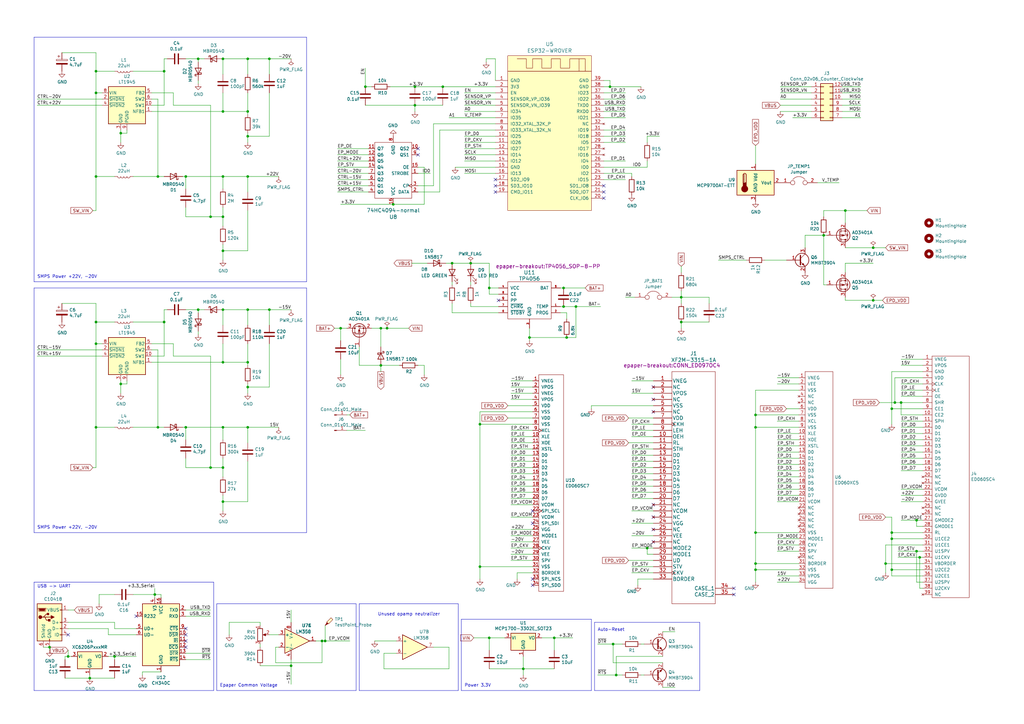
<source format=kicad_sch>
(kicad_sch (version 20230121) (generator eeschema)
  (paper "A3")
  (title_block (title "epdiy") (date "2020-12-21") (rev "v5.0") (comment 3 "License: CC-BY-SA-4.0") (comment 4 "Author: Valentin Roland"))
  (junction (at 156.21 134.62))
  (junction (at 76.2 175.26))
  (junction (at 49.53 54.61))
  (junction (at 158.75 134.62))
  (junction (at 309.88 233.68))
  (junction (at 39.37 29.21))
  (junction (at 265.43 224.79))
  (junction (at 91.44 102.87))
  (junction (at 91.44 205.74))
  (junction (at 91.44 175.26))
  (junction (at 231.14 118.11))
  (junction (at 110.49 24.13))
  (junction (at 196.85 173.99))
  (junction (at 101.6 55.88))
  (junction (at 367.03 165.1))
  (junction (at 81.28 127))
  (junction (at 309.88 170.18))
  (junction (at 170.18 35.56))
  (junction (at 358.14 101.6))
  (junction (at 46.99 269.24))
  (junction (at 365.76 233.68))
  (junction (at 39.37 175.26))
  (junction (at 309.88 218.44))
  (junction (at 363.22 231.14))
  (junction (at 185.42 107.95))
  (junction (at 365.76 218.44))
  (junction (at 279.4 121.92))
  (junction (at 36.83 278.13))
  (junction (at 358.14 123.19))
  (junction (at 91.44 191.77))
  (junction (at 214.63 274.32))
  (junction (at 101.6 158.75))
  (junction (at 86.36 88.9))
  (junction (at 161.29 83.82))
  (junction (at 365.76 220.98))
  (junction (at 377.19 228.6))
  (junction (at 251.46 264.16))
  (junction (at 20.32 265.43))
  (junction (at 252.73 276.86))
  (junction (at 309.88 175.26))
  (junction (at 101.6 148.59))
  (junction (at 86.36 191.77))
  (junction (at 64.77 175.26))
  (junction (at 200.66 118.11))
  (junction (at 232.41 138.43))
  (junction (at 132.08 262.89))
  (junction (at 67.31 29.21))
  (junction (at 63.5 243.84))
  (junction (at 369.57 165.1))
  (junction (at 101.6 45.72))
  (junction (at 91.44 24.13))
  (junction (at 217.17 138.43))
  (junction (at 119.38 273.05))
  (junction (at 101.6 175.26))
  (junction (at 91.44 127))
  (junction (at 365.76 167.64))
  (junction (at 39.37 38.1))
  (junction (at 346.71 86.36))
  (junction (at 81.28 24.13))
  (junction (at 375.92 226.06))
  (junction (at 101.6 24.13))
  (junction (at 309.88 231.14))
  (junction (at 149.86 35.56))
  (junction (at 193.04 107.95))
  (junction (at 91.44 45.72))
  (junction (at 231.14 125.73))
  (junction (at 139.7 134.62))
  (junction (at 64.77 72.39))
  (junction (at 279.4 132.08))
  (junction (at 181.61 35.56))
  (junction (at 76.2 72.39))
  (junction (at 27.94 269.24))
  (junction (at 91.44 72.39))
  (junction (at 91.44 88.9))
  (junction (at 39.37 132.08))
  (junction (at 196.85 232.41))
  (junction (at 227.33 261.62))
  (junction (at 91.44 148.59))
  (junction (at 133.35 262.89))
  (junction (at 67.31 132.08))
  (junction (at 375.92 213.36))
  (junction (at 236.22 125.73))
  (junction (at 250.19 35.56))
  (junction (at 49.53 157.48))
  (junction (at 156.21 149.86))
  (junction (at 110.49 127))
  (junction (at 200.66 261.62))
  (junction (at 337.82 96.52))
  (junction (at 101.6 72.39))
  (junction (at 101.6 127))
  (junction (at 170.18 43.18))
  (junction (at 39.37 140.97))
  (junction (at 39.37 72.39))
  (no_connect (at 267.97 217.17))
  (no_connect (at 267.97 168.91))
  (no_connect (at 203.2 78.74))
  (no_connect (at 171.45 60.96))
  (no_connect (at 300.99 243.84))
  (no_connect (at 247.65 76.2))
  (no_connect (at 76.2 265.43))
  (no_connect (at 171.45 63.5))
  (no_connect (at 203.2 76.2))
  (no_connect (at 76.2 257.81))
  (no_connect (at 218.44 237.49))
  (no_connect (at 267.97 158.75))
  (no_connect (at 55.88 252.73))
  (no_connect (at 218.44 240.03))
  (no_connect (at 247.65 81.28))
  (no_connect (at 204.47 123.19))
  (no_connect (at 267.97 207.01))
  (no_connect (at 203.2 73.66))
  (no_connect (at 267.97 212.09))
  (no_connect (at 27.94 260.35))
  (no_connect (at 267.97 222.25))
  (no_connect (at 247.65 78.74))
  (no_connect (at 218.44 209.55))
  (no_connect (at 218.44 214.63))
  (no_connect (at 300.99 241.3))
  (no_connect (at 76.2 260.35))
  (no_connect (at 76.2 262.89))
  (no_connect (at 267.97 163.83))
  (wire (pts (xy 26.67 278.13) (xy 36.83 278.13)))
  (wire (pts (xy 49.53 54.61) (xy 49.53 58.42)))
  (wire (pts (xy 251.46 271.78) (xy 251.46 264.16)))
  (wire (pts (xy 110.49 260.35) (xy 114.3 260.35)))
  (wire (pts (xy 214.63 269.24) (xy 214.63 274.32)))
  (wire (pts (xy 209.55 194.31) (xy 218.44 194.31)))
  (wire (pts (xy 161.29 83.82) (xy 173.99 83.82)))
  (wire (pts (xy 327.66 190.5) (xy 318.77 190.5)))
  (wire (pts (xy 67.31 72.39) (xy 64.77 72.39)))
  (wire (pts (xy 369.57 200.66) (xy 378.46 200.66)))
  (wire (pts (xy 218.44 191.77) (xy 209.55 191.77)))
  (wire (pts (xy 256.54 53.34) (xy 247.65 53.34)))
  (wire (pts (xy 267.97 196.85) (xy 259.08 196.85)))
  (wire (pts (xy 335.28 74.93) (xy 344.17 74.93)))
  (wire (pts (xy 139.7 147.32) (xy 139.7 153.67)))
  (wire (pts (xy 39.37 140.97) (xy 41.91 140.97)))
  (wire (pts (xy 259.08 209.55) (xy 267.97 209.55)))
  (wire (pts (xy 267.97 186.69) (xy 259.08 186.69)))
  (wire (pts (xy 91.44 148.59) (xy 101.6 148.59)))
  (wire (pts (xy 185.42 128.27) (xy 204.47 128.27)))
  (wire (pts (xy 378.46 185.42) (xy 369.57 185.42)))
  (wire (pts (xy 83.82 24.13) (xy 81.28 24.13)))
  (wire (pts (xy 369.57 172.72) (xy 378.46 172.72)))
  (polyline (pts (xy 13.97 15.24) (xy 125.73 15.24)))
  (wire (pts (xy 138.43 78.74) (xy 151.13 78.74)))
  (wire (pts (xy 378.46 190.5) (xy 369.57 190.5)))
  (wire (pts (xy 91.44 191.77) (xy 91.44 195.58)))
  (wire (pts (xy 86.36 43.18) (xy 71.12 43.18)))
  (polyline (pts (xy 243.84 255.27) (xy 243.84 283.21)))
  (wire (pts (xy 337.82 96.52) (xy 337.82 116.84)))
  (polyline (pts (xy 146.05 247.65) (xy 146.05 283.21)))
  (wire (pts (xy 208.28 171.45) (xy 218.44 171.45)))
  (wire (pts (xy 58.42 275.59) (xy 58.42 276.86)))
  (wire (pts (xy 218.44 217.17) (xy 209.55 217.17)))
  (polyline (pts (xy 125.73 218.44) (xy 13.97 218.44)))
  (wire (pts (xy 44.45 260.35) (xy 55.88 260.35)))
  (wire (pts (xy 27.94 250.19) (xy 30.48 250.19)))
  (wire (pts (xy 256.54 45.72) (xy 247.65 45.72)))
  (wire (pts (xy 190.5 43.18) (xy 203.2 43.18)))
  (wire (pts (xy 214.63 274.32) (xy 214.63 276.86)))
  (wire (pts (xy 67.31 175.26) (xy 64.77 175.26)))
  (wire (pts (xy 64.77 175.26) (xy 54.61 175.26)))
  (wire (pts (xy 46.99 255.27) (xy 46.99 257.81)))
  (wire (pts (xy 110.49 127) (xy 110.49 133.35)))
  (wire (pts (xy 76.2 250.19) (xy 86.36 250.19)))
  (wire (pts (xy 185.42 124.46) (xy 185.42 128.27)))
  (wire (pts (xy 36.83 278.13) (xy 46.99 278.13)))
  (wire (pts (xy 309.88 233.68) (xy 309.88 238.76)))
  (wire (pts (xy 86.36 88.9) (xy 86.36 43.18)))
  (wire (pts (xy 26.67 269.24) (xy 26.67 270.51)))
  (wire (pts (xy 265.43 68.58) (xy 265.43 66.04)))
  (wire (pts (xy 39.37 124.46) (xy 39.37 132.08)))
  (wire (pts (xy 138.43 63.5) (xy 151.13 63.5)))
  (wire (pts (xy 101.6 140.97) (xy 101.6 148.59)))
  (wire (pts (xy 38.1 191.77) (xy 39.37 191.77)))
  (wire (pts (xy 132.08 262.89) (xy 129.54 262.89)))
  (wire (pts (xy 320.04 43.18) (xy 332.74 43.18)))
  (wire (pts (xy 101.6 158.75) (xy 101.6 157.48)))
  (wire (pts (xy 81.28 33.02) (xy 81.28 34.29)))
  (wire (pts (xy 143.51 170.18) (xy 142.24 170.18)))
  (wire (pts (xy 62.23 140.97) (xy 71.12 140.97)))
  (wire (pts (xy 309.88 175.26) (xy 309.88 218.44)))
  (wire (pts (xy 256.54 73.66) (xy 247.65 73.66)))
  (wire (pts (xy 101.6 205.74) (xy 91.44 205.74)))
  (wire (pts (xy 236.22 125.73) (xy 246.38 125.73)))
  (wire (pts (xy 247.65 71.12) (xy 259.08 71.12)))
  (polyline (pts (xy 125.73 15.24) (xy 125.73 115.57)))
  (wire (pts (xy 110.49 140.97) (xy 110.49 158.75)))
  (wire (pts (xy 68.58 127) (xy 67.31 127)))
  (wire (pts (xy 185.42 107.95) (xy 193.04 107.95)))
  (wire (pts (xy 375.92 213.36) (xy 369.57 213.36)))
  (wire (pts (xy 81.28 128.27) (xy 81.28 127)))
  (wire (pts (xy 353.06 43.18) (xy 345.44 43.18)))
  (wire (pts (xy 267.97 232.41) (xy 259.08 232.41)))
  (wire (pts (xy 193.04 107.95) (xy 200.66 107.95)))
  (wire (pts (xy 101.6 38.1) (xy 101.6 45.72)))
  (wire (pts (xy 259.08 204.47) (xy 267.97 204.47)))
  (wire (pts (xy 247.65 68.58) (xy 265.43 68.58)))
  (wire (pts (xy 161.29 83.82) (xy 139.7 83.82)))
  (wire (pts (xy 313.69 106.68) (xy 322.58 106.68)))
  (wire (pts (xy 200.66 261.62) (xy 194.31 261.62)))
  (wire (pts (xy 327.66 160.02) (xy 309.88 160.02)))
  (wire (pts (xy 181.61 35.56) (xy 170.18 35.56)))
  (wire (pts (xy 200.66 118.11) (xy 204.47 118.11)))
  (wire (pts (xy 52.07 156.21) (xy 52.07 157.48)))
  (wire (pts (xy 267.97 237.49) (xy 261.62 237.49)))
  (wire (pts (xy 76.2 175.26) (xy 74.93 175.26)))
  (wire (pts (xy 62.23 38.1) (xy 71.12 38.1)))
  (wire (pts (xy 160.02 35.56) (xy 170.18 35.56)))
  (wire (pts (xy 71.12 43.18) (xy 71.12 38.1)))
  (wire (pts (xy 151.13 68.58) (xy 138.43 68.58)))
  (wire (pts (xy 101.6 158.75) (xy 101.6 161.29)))
  (wire (pts (xy 256.54 121.92) (xy 260.35 121.92)))
  (wire (pts (xy 15.24 143.51) (xy 41.91 143.51)))
  (wire (pts (xy 93.98 255.27) (xy 93.98 260.35)))
  (wire (pts (xy 39.37 132.08) (xy 39.37 140.97)))
  (wire (pts (xy 279.4 132.08) (xy 279.4 134.62)))
  (wire (pts (xy 52.07 53.34) (xy 52.07 54.61)))
  (wire (pts (xy 27.94 257.81) (xy 44.45 257.81)))
  (wire (pts (xy 245.11 276.86) (xy 252.73 276.86)))
  (wire (pts (xy 199.39 24.13) (xy 203.2 24.13)))
  (wire (pts (xy 46.99 269.24) (xy 44.45 269.24)))
  (wire (pts (xy 49.53 157.48) (xy 49.53 161.29)))
  (wire (pts (xy 259.08 179.07) (xy 267.97 179.07)))
  (wire (pts (xy 339.09 96.52) (xy 337.82 96.52)))
  (wire (pts (xy 209.55 156.21) (xy 218.44 156.21)))
  (wire (pts (xy 86.36 88.9) (xy 91.44 88.9)))
  (wire (pts (xy 81.28 135.89) (xy 81.28 137.16)))
  (wire (pts (xy 229.87 118.11) (xy 231.14 118.11)))
  (polyline (pts (xy 87.63 238.76) (xy 87.63 283.21)))
  (wire (pts (xy 209.55 207.01) (xy 218.44 207.01)))
  (wire (pts (xy 63.5 245.11) (xy 63.5 243.84)))
  (wire (pts (xy 54.61 243.84) (xy 63.5 243.84)))
  (wire (pts (xy 151.13 71.12) (xy 138.43 71.12)))
  (wire (pts (xy 101.6 127) (xy 91.44 127)))
  (wire (pts (xy 86.36 191.77) (xy 86.36 146.05)))
  (wire (pts (xy 218.44 186.69) (xy 209.55 186.69)))
  (wire (pts (xy 265.43 224.79) (xy 259.08 224.79)))
  (wire (pts (xy 156.21 134.62) (xy 158.75 134.62)))
  (wire (pts (xy 327.66 177.8) (xy 318.77 177.8)))
  (wire (pts (xy 157.48 267.97) (xy 162.56 267.97)))
  (wire (pts (xy 39.37 175.26) (xy 46.99 175.26)))
  (wire (pts (xy 330.2 101.6) (xy 330.2 96.52)))
  (wire (pts (xy 76.2 72.39) (xy 76.2 77.47)))
  (wire (pts (xy 196.85 232.41) (xy 218.44 232.41)))
  (wire (pts (xy 365.76 212.09) (xy 365.76 218.44)))
  (wire (pts (xy 327.66 170.18) (xy 309.88 170.18)))
  (wire (pts (xy 86.36 146.05) (xy 71.12 146.05)))
  (wire (pts (xy 318.77 187.96) (xy 327.66 187.96)))
  (wire (pts (xy 222.25 261.62) (xy 227.33 261.62)))
  (wire (pts (xy 327.66 218.44) (xy 309.88 218.44)))
  (wire (pts (xy 196.85 173.99) (xy 196.85 232.41)))
  (wire (pts (xy 261.62 237.49) (xy 261.62 240.03)))
  (wire (pts (xy 365.76 236.22) (xy 378.46 236.22)))
  (wire (pts (xy 203.2 63.5) (xy 190.5 63.5)))
  (polyline (pts (xy 189.23 283.21) (xy 242.57 283.21)))
  (wire (pts (xy 378.46 231.14) (xy 363.22 231.14)))
  (wire (pts (xy 327.66 175.26) (xy 309.88 175.26)))
  (wire (pts (xy 327.66 185.42) (xy 318.77 185.42)))
  (wire (pts (xy 318.77 198.12) (xy 327.66 198.12)))
  (wire (pts (xy 139.7 134.62) (xy 142.24 134.62)))
  (wire (pts (xy 40.64 243.84) (xy 40.64 247.65)))
  (wire (pts (xy 76.2 270.51) (xy 86.36 270.51)))
  (wire (pts (xy 39.37 21.59) (xy 39.37 29.21)))
  (polyline (pts (xy 287.02 255.27) (xy 243.84 255.27)))
  (wire (pts (xy 378.46 223.52) (xy 363.22 223.52)))
  (wire (pts (xy 101.6 127) (xy 101.6 133.35)))
  (wire (pts (xy 76.2 88.9) (xy 86.36 88.9)))
  (wire (pts (xy 81.28 25.4) (xy 81.28 24.13)))
  (wire (pts (xy 375.92 213.36) (xy 375.92 215.9)))
  (wire (pts (xy 332.74 40.64) (xy 320.04 40.64)))
  (wire (pts (xy 378.46 180.34) (xy 369.57 180.34)))
  (wire (pts (xy 184.15 48.26) (xy 203.2 48.26)))
  (wire (pts (xy 318.77 154.94) (xy 327.66 154.94)))
  (wire (pts (xy 63.5 243.84) (xy 66.04 243.84)))
  (wire (pts (xy 171.45 78.74) (xy 180.34 78.74)))
  (wire (pts (xy 132.08 271.78) (xy 132.08 262.89)))
  (wire (pts (xy 15.24 40.64) (xy 41.91 40.64)))
  (polyline (pts (xy 146.05 247.65) (xy 88.9 247.65)))
  (wire (pts (xy 101.6 102.87) (xy 91.44 102.87)))
  (wire (pts (xy 377.19 241.3) (xy 378.46 241.3)))
  (wire (pts (xy 320.04 38.1) (xy 332.74 38.1)))
  (wire (pts (xy 214.63 274.32) (xy 227.33 274.32)))
  (wire (pts (xy 110.49 158.75) (xy 101.6 158.75)))
  (wire (pts (xy 186.69 68.58) (xy 203.2 68.58)))
  (wire (pts (xy 52.07 157.48) (xy 49.53 157.48)))
  (wire (pts (xy 101.6 24.13) (xy 101.6 30.48)))
  (wire (pts (xy 63.5 243.84) (xy 63.5 241.3)))
  (wire (pts (xy 133.35 262.89) (xy 133.35 256.54)))
  (wire (pts (xy 353.06 35.56) (xy 345.44 35.56)))
  (wire (pts (xy 209.55 227.33) (xy 218.44 227.33)))
  (wire (pts (xy 91.44 45.72) (xy 101.6 45.72)))
  (wire (pts (xy 327.66 233.68) (xy 309.88 233.68)))
  (wire (pts (xy 113.03 265.43) (xy 113.03 271.78)))
  (wire (pts (xy 101.6 45.72) (xy 101.6 46.99)))
  (wire (pts (xy 369.57 193.04) (xy 378.46 193.04)))
  (polyline (pts (xy 125.73 115.57) (xy 13.97 115.57)))
  (wire (pts (xy 170.18 43.18) (xy 170.18 45.72)))
  (wire (pts (xy 62.23 148.59) (xy 91.44 148.59)))
  (wire (pts (xy 67.31 29.21) (xy 67.31 43.18)))
  (wire (pts (xy 365.76 233.68) (xy 378.46 233.68)))
  (wire (pts (xy 279.4 109.22) (xy 279.4 111.76)))
  (wire (pts (xy 157.48 274.32) (xy 157.48 267.97)))
  (wire (pts (xy 91.44 140.97) (xy 91.44 148.59)))
  (wire (pts (xy 369.57 182.88) (xy 378.46 182.88)))
  (wire (pts (xy 327.66 238.76) (xy 318.77 238.76)))
  (wire (pts (xy 320.04 35.56) (xy 332.74 35.56)))
  (wire (pts (xy 62.23 45.72) (xy 91.44 45.72)))
  (wire (pts (xy 327.66 231.14) (xy 309.88 231.14)))
  (wire (pts (xy 113.03 271.78) (xy 132.08 271.78)))
  (wire (pts (xy 86.36 191.77) (xy 91.44 191.77)))
  (wire (pts (xy 55.88 269.24) (xy 46.99 269.24)))
  (wire (pts (xy 17.78 265.43) (xy 20.32 265.43)))
  (wire (pts (xy 106.68 265.43) (xy 106.68 264.16)))
  (wire (pts (xy 279.4 121.92) (xy 279.4 119.38)))
  (wire (pts (xy 143.51 262.89) (xy 133.35 262.89)))
  (wire (pts (xy 369.57 170.18) (xy 369.57 165.1)))
  (wire (pts (xy 365.76 220.98) (xy 365.76 233.68)))
  (wire (pts (xy 365.76 167.64) (xy 365.76 173.99)))
  (wire (pts (xy 110.49 38.1) (xy 110.49 55.88)))
  (wire (pts (xy 39.37 140.97) (xy 39.37 175.26)))
  (wire (pts (xy 190.5 40.64) (xy 203.2 40.64)))
  (wire (pts (xy 337.82 86.36) (xy 337.82 88.9)))
  (polyline (pts (xy 147.32 283.21) (xy 187.96 283.21)))
  (wire (pts (xy 265.43 58.42) (xy 265.43 55.88)))
  (polyline (pts (xy 13.97 238.76) (xy 13.97 283.21)))
  (wire (pts (xy 327.66 223.52) (xy 318.77 223.52)))
  (polyline (pts (xy 242.57 283.21) (xy 242.57 254)))
  (wire (pts (xy 250.19 33.02) (xy 250.19 35.56)))
  (wire (pts (xy 76.2 85.09) (xy 76.2 88.9)))
  (wire (pts (xy 67.31 146.05) (xy 62.23 146.05)))
  (wire (pts (xy 353.06 48.26) (xy 345.44 48.26)))
  (wire (pts (xy 86.36 267.97) (xy 76.2 267.97)))
  (wire (pts (xy 209.55 222.25) (xy 218.44 222.25)))
  (wire (pts (xy 247.65 35.56) (xy 250.19 35.56)))
  (wire (pts (xy 106.68 273.05) (xy 119.38 273.05)))
  (wire (pts (xy 378.46 157.48) (xy 369.57 157.48)))
  (wire (pts (xy 218.44 176.53) (xy 209.55 176.53)))
  (wire (pts (xy 67.31 24.13) (xy 67.31 29.21)))
  (polyline (pts (xy 13.97 238.76) (xy 87.63 238.76)))
  (wire (pts (xy 378.46 160.02) (xy 369.57 160.02)))
  (polyline (pts (xy 287.02 283.21) (xy 287.02 255.27)))
  (wire (pts (xy 369.57 147.32) (xy 378.46 147.32)))
  (wire (pts (xy 76.2 187.96) (xy 76.2 191.77)))
  (wire (pts (xy 264.16 264.16) (xy 262.89 264.16)))
  (wire (pts (xy 158.75 134.62) (xy 167.64 134.62)))
  (wire (pts (xy 39.37 72.39) (xy 46.99 72.39)))
  (wire (pts (xy 218.44 201.93) (xy 209.55 201.93)))
  (wire (pts (xy 247.65 43.18) (xy 256.54 43.18)))
  (wire (pts (xy 346.71 107.95) (xy 346.71 111.76)))
  (wire (pts (xy 182.88 107.95) (xy 185.42 107.95)))
  (wire (pts (xy 177.8 265.43) (xy 184.15 265.43)))
  (wire (pts (xy 318.77 203.2) (xy 327.66 203.2)))
  (wire (pts (xy 200.66 107.95) (xy 200.66 118.11)))
  (wire (pts (xy 242.57 166.37) (xy 242.57 167.64)))
  (wire (pts (xy 227.33 261.62) (xy 234.95 261.62)))
  (wire (pts (xy 76.2 175.26) (xy 91.44 175.26)))
  (wire (pts (xy 369.57 187.96) (xy 378.46 187.96)))
  (wire (pts (xy 257.81 171.45) (xy 267.97 171.45)))
  (wire (pts (xy 64.77 143.51) (xy 64.77 175.26)))
  (wire (pts (xy 110.49 127) (xy 101.6 127)))
  (polyline (pts (xy 187.96 247.65) (xy 147.32 247.65)))
  (wire (pts (xy 138.43 76.2) (xy 151.13 76.2)))
  (polyline (pts (xy 189.23 254) (xy 242.57 254)))
  (wire (pts (xy 368.3 226.06) (xy 375.92 226.06)))
  (wire (pts (xy 332.74 48.26) (xy 325.12 48.26)))
  (wire (pts (xy 271.78 281.94) (xy 276.86 281.94)))
  (wire (pts (xy 257.81 229.87) (xy 267.97 229.87)))
  (wire (pts (xy 276.86 259.08) (xy 271.78 259.08)))
  (wire (pts (xy 39.37 38.1) (xy 39.37 72.39)))
  (wire (pts (xy 196.85 173.99) (xy 196.85 168.91)))
  (wire (pts (xy 209.55 181.61) (xy 218.44 181.61)))
  (wire (pts (xy 247.65 48.26) (xy 256.54 48.26)))
  (wire (pts (xy 255.27 264.16) (xy 251.46 264.16)))
  (wire (pts (xy 110.49 24.13) (xy 101.6 24.13)))
  (wire (pts (xy 180.34 53.34) (xy 203.2 53.34)))
  (wire (pts (xy 358.14 123.19) (xy 346.71 123.19)))
  (wire (pts (xy 309.88 218.44) (xy 309.88 231.14)))
  (wire (pts (xy 177.8 76.2) (xy 177.8 50.8)))
  (wire (pts (xy 203.2 71.12) (xy 190.5 71.12)))
  (polyline (pts (xy 243.84 283.21) (xy 287.02 283.21)))
  (wire (pts (xy 259.08 189.23) (xy 267.97 189.23)))
  (wire (pts (xy 119.38 127) (xy 110.49 127)))
  (wire (pts (xy 149.86 35.56) (xy 149.86 27.94)))
  (wire (pts (xy 83.82 127) (xy 81.28 127)))
  (wire (pts (xy 327.66 226.06) (xy 318.77 226.06)))
  (wire (pts (xy 101.6 24.13) (xy 91.44 24.13)))
  (wire (pts (xy 355.6 86.36) (xy 346.71 86.36)))
  (wire (pts (xy 369.57 205.74) (xy 378.46 205.74)))
  (wire (pts (xy 256.54 40.64) (xy 247.65 40.64)))
  (wire (pts (xy 265.43 224.79) (xy 265.43 227.33)))
  (wire (pts (xy 62.23 143.51) (xy 64.77 143.51)))
  (wire (pts (xy 101.6 72.39) (xy 91.44 72.39)))
  (wire (pts (xy 337.82 116.84) (xy 339.09 116.84)))
  (wire (pts (xy 212.09 234.95) (xy 212.09 237.49)))
  (wire (pts (xy 259.08 71.12) (xy 259.08 72.39)))
  (wire (pts (xy 358.14 107.95) (xy 346.71 107.95)))
  (wire (pts (xy 101.6 55.88) (xy 101.6 54.61)))
  (wire (pts (xy 267.97 161.29) (xy 259.08 161.29)))
  (wire (pts (xy 101.6 175.26) (xy 101.6 181.61)))
  (wire (pts (xy 367.03 154.94) (xy 367.03 165.1)))
  (wire (pts (xy 375.92 226.06) (xy 378.46 226.06)))
  (wire (pts (xy 369.57 177.8) (xy 378.46 177.8)))
  (wire (pts (xy 203.2 35.56) (xy 181.61 35.56)))
  (wire (pts (xy 378.46 149.86) (xy 369.57 149.86)))
  (wire (pts (xy 91.44 88.9) (xy 91.44 92.71)))
  (polyline (pts (xy 13.97 118.11) (xy 125.73 118.11)))
  (wire (pts (xy 232.41 138.43) (xy 217.17 138.43)))
  (wire (pts (xy 66.04 243.84) (xy 66.04 245.11)))
  (wire (pts (xy 346.71 101.6) (xy 358.14 101.6)))
  (polyline (pts (xy 147.32 247.65) (xy 147.32 283.21)))
  (wire (pts (xy 346.71 86.36) (xy 346.71 91.44)))
  (wire (pts (xy 365.76 212.09) (xy 363.22 212.09)))
  (wire (pts (xy 368.3 228.6) (xy 377.19 228.6)))
  (wire (pts (xy 64.77 40.64) (xy 64.77 72.39)))
  (wire (pts (xy 360.68 165.1) (xy 367.03 165.1)))
  (wire (pts (xy 101.6 55.88) (xy 101.6 58.42)))
  (wire (pts (xy 162.56 262.89) (xy 153.67 262.89)))
  (wire (pts (xy 267.97 224.79) (xy 265.43 224.79)))
  (wire (pts (xy 250.19 35.56) (xy 262.89 35.56)))
  (wire (pts (xy 27.94 269.24) (xy 26.67 269.24)))
  (wire (pts (xy 38.1 86.36) (xy 39.37 86.36)))
  (wire (pts (xy 309.88 170.18) (xy 309.88 175.26)))
  (wire (pts (xy 259.08 184.15) (xy 267.97 184.15)))
  (wire (pts (xy 259.08 194.31) (xy 267.97 194.31)))
  (wire (pts (xy 91.44 180.34) (xy 91.44 175.26)))
  (wire (pts (xy 327.66 236.22) (xy 318.77 236.22)))
  (wire (pts (xy 200.66 118.11) (xy 200.66 120.65)))
  (wire (pts (xy 327.66 200.66) (xy 318.77 200.66)))
  (wire (pts (xy 184.15 265.43) (xy 184.15 274.32)))
  (wire (pts (xy 218.44 196.85) (xy 209.55 196.85)))
  (wire (pts (xy 119.38 250.19) (xy 119.38 255.27)))
  (wire (pts (xy 275.59 121.92) (xy 279.4 121.92)))
  (wire (pts (xy 271.78 269.24) (xy 252.73 269.24)))
  (wire (pts (xy 217.17 138.43) (xy 217.17 134.62)))
  (wire (pts (xy 76.2 175.26) (xy 76.2 180.34)))
  (wire (pts (xy 318.77 220.98) (xy 327.66 220.98)))
  (wire (pts (xy 318.77 182.88) (xy 327.66 182.88)))
  (polyline (pts (xy 13.97 115.57) (xy 13.97 15.24)))
  (wire (pts (xy 119.38 24.13) (xy 110.49 24.13)))
  (wire (pts (xy 209.55 184.15) (xy 218.44 184.15)))
  (wire (pts (xy 365.76 220.98) (xy 378.46 220.98)))
  (wire (pts (xy 171.45 68.58) (xy 173.99 68.58)))
  (wire (pts (xy 365.76 152.4) (xy 365.76 167.64)))
  (wire (pts (xy 377.19 228.6) (xy 377.19 241.3)))
  (wire (pts (xy 46.99 257.81) (xy 55.88 257.81)))
  (wire (pts (xy 101.6 148.59) (xy 101.6 149.86)))
  (wire (pts (xy 365.76 233.68) (xy 365.76 236.22)))
  (wire (pts (xy 229.87 125.73) (xy 231.14 125.73)))
  (wire (pts (xy 106.68 255.27) (xy 93.98 255.27)))
  (wire (pts (xy 76.2 127) (xy 81.28 127)))
  (wire (pts (xy 365.76 218.44) (xy 365.76 220.98)))
  (wire (pts (xy 242.57 166.37) (xy 267.97 166.37)))
  (wire (pts (xy 114.3 72.39) (xy 101.6 72.39)))
  (wire (pts (xy 181.61 43.18) (xy 170.18 43.18)))
  (wire (pts (xy 218.44 163.83) (xy 209.55 163.83)))
  (polyline (pts (xy 13.97 218.44) (xy 13.97 118.11)))
  (wire (pts (xy 318.77 180.34) (xy 327.66 180.34)))
  (wire (pts (xy 15.24 43.18) (xy 41.91 43.18)))
  (wire (pts (xy 54.61 29.21) (xy 67.31 29.21)))
  (wire (pts (xy 256.54 38.1) (xy 247.65 38.1)))
  (wire (pts (xy 52.07 54.61) (xy 49.53 54.61)))
  (wire (pts (xy 110.49 55.88) (xy 101.6 55.88)))
  (wire (pts (xy 327.66 172.72) (xy 318.77 172.72)))
  (wire (pts (xy 67.31 132.08) (xy 67.31 146.05)))
  (wire (pts (xy 91.44 205.74) (xy 91.44 209.55)))
  (wire (pts (xy 318.77 157.48) (xy 327.66 157.48)))
  (wire (pts (xy 180.34 53.34) (xy 180.34 78.74)))
  (wire (pts (xy 259.08 234.95) (xy 267.97 234.95)))
  (wire (pts (xy 367.03 165.1) (xy 369.57 165.1)))
  (wire (pts (xy 175.26 107.95) (xy 168.91 107.95)))
  (wire (pts (xy 256.54 55.88) (xy 247.65 55.88)))
  (wire (pts (xy 27.94 269.24) (xy 29.21 269.24)))
  (wire (pts (xy 209.55 161.29) (xy 218.44 161.29)))
  (wire (pts (xy 177.8 50.8) (xy 203.2 50.8)))
  (wire (pts (xy 267.97 173.99) (xy 259.08 173.99)))
  (wire (pts (xy 119.38 273.05) (xy 119.38 280.67)))
  (wire (pts (xy 67.31 127) (xy 67.31 132.08)))
  (wire (pts (xy 309.88 231.14) (xy 309.88 233.68)))
  (wire (pts (xy 71.12 146.05) (xy 71.12 140.97)))
  (wire (pts (xy 267.97 191.77) (xy 259.08 191.77)))
  (wire (pts (xy 247.65 58.42) (xy 256.54 58.42)))
  (wire (pts (xy 327.66 195.58) (xy 318.77 195.58)))
  (wire (pts (xy 252.73 276.86) (xy 255.27 276.86)))
  (wire (pts (xy 369.57 162.56) (xy 378.46 162.56)))
  (wire (pts (xy 363.22 223.52) (xy 363.22 231.14)))
  (wire (pts (xy 259.08 219.71) (xy 267.97 219.71)))
  (wire (pts (xy 193.04 125.73) (xy 193.04 124.46)))
  (polyline (pts (xy 88.9 247.65) (xy 88.9 283.21)))
  (wire (pts (xy 114.3 175.26) (xy 101.6 175.26)))
  (wire (pts (xy 39.37 29.21) (xy 39.37 38.1)))
  (wire (pts (xy 209.55 199.39) (xy 218.44 199.39)))
  (wire (pts (xy 110.49 24.13) (xy 110.49 30.48)))
  (wire (pts (xy 290.83 121.92) (xy 290.83 124.46)))
  (wire (pts (xy 209.55 204.47) (xy 218.44 204.47)))
  (wire (pts (xy 218.44 158.75) (xy 209.55 158.75)))
  (wire (pts (xy 62.23 40.64) (xy 64.77 40.64)))
  (wire (pts (xy 378.46 167.64) (xy 365.76 167.64)))
  (wire (pts (xy 20.32 266.7) (xy 20.32 265.43)))
  (wire (pts (xy 358.14 101.6) (xy 363.22 101.6)))
  (wire (pts (xy 251.46 264.16) (xy 245.11 264.16)))
  (wire (pts (xy 279.4 121.92) (xy 290.83 121.92)))
  (wire (pts (xy 106.68 256.54) (xy 106.68 255.27)))
  (polyline (pts (xy 187.96 283.21) (xy 187.96 247.65)))
  (wire (pts (xy 173.99 68.58) (xy 173.99 83.82)))
  (wire (pts (xy 200.66 274.32) (xy 214.63 274.32)))
  (polyline (pts (xy 125.73 118.11) (xy 125.73 218.44)))
  (wire (pts (xy 369.57 165.1) (xy 378.46 165.1)))
  (wire (pts (xy 64.77 72.39) (xy 54.61 72.39)))
  (wire (pts (xy 203.2 45.72) (xy 190.5 45.72)))
  (wire (pts (xy 236.22 138.43) (xy 232.41 138.43)))
  (wire (pts (xy 66.04 275.59) (xy 58.42 275.59)))
  (wire (pts (xy 173.99 149.86) (xy 173.99 153.67)))
  (wire (pts (xy 365.76 218.44) (xy 378.46 218.44)))
  (wire (pts (xy 39.37 72.39) (xy 39.37 86.36)))
  (wire (pts (xy 190.5 38.1) (xy 203.2 38.1)))
  (wire (pts (xy 196.85 168.91) (xy 218.44 168.91)))
  (wire (pts (xy 76.2 72.39) (xy 74.93 72.39)))
  (wire (pts (xy 147.32 149.86) (xy 156.21 149.86)))
  (wire (pts (xy 171.45 76.2) (xy 177.8 76.2)))
  (wire (pts (xy 138.43 60.96) (xy 151.13 60.96)))
  (wire (pts (xy 203.2 24.13) (xy 203.2 33.02)))
  (wire (pts (xy 267.97 201.93) (xy 259.08 201.93)))
  (wire (pts (xy 231.14 118.11) (xy 240.03 118.11)))
  (wire (pts (xy 171.45 149.86) (xy 173.99 149.86)))
  (wire (pts (xy 318.77 205.74) (xy 327.66 205.74)))
  (wire (pts (xy 377.19 228.6) (xy 378.46 228.6)))
  (wire (pts (xy 101.6 189.23) (xy 101.6 205.74)))
  (wire (pts (xy 318.77 193.04) (xy 327.66 193.04)))
  (wire (pts (xy 267.97 214.63) (xy 259.08 214.63)))
  (wire (pts (xy 139.7 139.7) (xy 139.7 134.62)))
  (wire (pts (xy 236.22 125.73) (xy 236.22 138.43)))
  (wire (pts (xy 149.86 35.56) (xy 152.4 35.56)))
  (wire (pts (xy 91.44 102.87) (xy 91.44 106.68)))
  (wire (pts (xy 190.5 66.04) (xy 203.2 66.04)))
  (wire (pts (xy 375.92 215.9) (xy 378.46 215.9)))
  (wire (pts (xy 378.46 203.2) (xy 369.57 203.2)))
  (wire (pts (xy 294.64 106.68) (xy 306.07 106.68)))
  (wire (pts (xy 68.58 24.13) (xy 67.31 24.13)))
  (wire (pts (xy 203.2 55.88) (xy 190.5 55.88)))
  (wire (pts (xy 36.83 278.13) (xy 36.83 276.86)))
  (wire (pts (xy 91.44 77.47) (xy 91.44 72.39)))
  (wire (pts (xy 15.24 146.05) (xy 41.91 146.05)))
  (wire (pts (xy 267.97 176.53) (xy 259.08 176.53)))
  (wire (pts (xy 46.99 243.84) (xy 40.64 243.84)))
  (wire (pts (xy 76.2 191.77) (xy 86.36 191.77)))
  (wire (pts (xy 119.38 270.51) (xy 119.38 273.05)))
  (wire (pts (xy 375.92 238.76) (xy 378.46 238.76)))
  (wire (pts (xy 232.41 130.81) (xy 232.41 128.27)))
  (wire (pts (xy 49.53 156.21) (xy 49.53 157.48)))
  (wire (pts (xy 147.32 142.24) (xy 147.32 149.86)))
  (wire (pts (xy 193.04 125.73) (xy 204.47 125.73)))
  (polyline (pts (xy 88.9 283.21) (xy 146.05 283.21)))
  (wire (pts (xy 156.21 134.62) (xy 156.21 142.24)))
  (wire (pts (xy 46.99 29.21) (xy 39.37 29.21)))
  (wire (pts (xy 101.6 175.26) (xy 91.44 175.26)))
  (wire (pts (xy 247.65 66.04) (xy 256.54 66.04)))
  (wire (pts (xy 247.65 33.02) (xy 250.19 33.02)))
  (wire (pts (xy 91.44 24.13) (xy 91.44 30.48)))
  (wire (pts (xy 218.44 173.99) (xy 196.85 173.99)))
  (wire (pts (xy 353.06 40.64) (xy 345.44 40.64)))
  (wire (pts (xy 54.61 132.08) (xy 67.31 132.08)))
  (wire (pts (xy 257.81 181.61) (xy 267.97 181.61)))
  (wire (pts (xy 200.66 261.62) (xy 200.66 266.7)))
  (wire (pts (xy 330.2 96.52) (xy 337.82 96.52)))
  (wire (pts (xy 193.04 115.57) (xy 193.04 116.84)))
  (wire (pts (xy 91.44 38.1) (xy 91.44 45.72)))
  (wire (pts (xy 345.44 38.1) (xy 353.06 38.1)))
  (wire (pts (xy 39.37 124.46) (xy 25.4 124.46)))
  (wire (pts (xy 101.6 72.39) (xy 101.6 78.74)))
  (wire (pts (xy 76.2 24.13) (xy 81.28 24.13)))
  (wire (pts (xy 252.73 269.24) (xy 252.73 276.86)))
  (wire (pts (xy 200.66 120.65) (xy 204.47 120.65)))
  (wire (pts (xy 259.08 199.39) (xy 267.97 199.39)))
  (wire (pts (xy 46.99 132.08) (xy 39.37 132.08)))
  (wire (pts (xy 184.15 274.32) (xy 157.48 274.32)))
  (wire (pts (xy 91.44 100.33) (xy 91.44 102.87)))
  (wire (pts (xy 67.31 43.18) (xy 62.23 43.18)))
  (wire (pts (xy 133.35 262.89) (xy 132.08 262.89)))
  (wire (pts (xy 265.43 55.88) (xy 270.51 55.88)))
  (wire (pts (xy 49.53 53.34) (xy 49.53 54.61)))
  (wire (pts (xy 207.01 261.62) (xy 200.66 261.62)))
  (polyline (pts (xy 13.97 283.21) (xy 87.63 283.21)))
  (wire (pts (xy 367.03 154.94) (xy 378.46 154.94)))
  (wire (pts (xy 375.92 226.06) (xy 375.92 238.76)))
  (wire (pts (xy 185.42 115.57) (xy 185.42 116.84)))
  (wire (pts (xy 101.6 86.36) (xy 101.6 102.87)))
  (wire (pts (xy 152.4 134.62) (xy 156.21 134.62)))
  (wire (pts (xy 27.94 255.27) (xy 46.99 255.27)))
  (wire (pts (xy 91.44 85.09) (xy 91.44 88.9)))
  (wire (pts (xy 76.2 72.39) (xy 91.44 72.39)))
  (wire (pts (xy 156.21 149.86) (xy 163.83 149.86)))
  (wire (pts (xy 346.71 123.19) (xy 346.71 121.92)))
  (wire (pts (xy 231.14 125.73) (xy 236.22 125.73)))
  (wire (pts (xy 218.44 229.87) (xy 209.55 229.87)))
  (wire (pts (xy 232.41 128.27) (xy 229.87 128.27)))
  (wire (pts (xy 209.55 189.23) (xy 218.44 189.23)))
  (wire (pts (xy 156.21 149.86) (xy 156.21 152.4)))
  (wire (pts (xy 114.3 265.43) (xy 113.03 265.43)))
  (wire (pts (xy 337.82 86.36) (xy 346.71 86.36)))
  (wire (pts (xy 279.4 121.92) (xy 279.4 124.46)))
  (wire (pts (xy 322.58 167.64) (xy 327.66 167.64)))
  (wire (pts (xy 227.33 261.62) (xy 227.33 266.7)))
  (wire (pts (xy 91.44 127) (xy 91.44 133.35)))
  (wire (pts (xy 361.95 123.19) (xy 358.14 123.19)))
  (wire (pts (xy 378.46 175.26) (xy 369.57 175.26)))
  (wire (pts (xy 209.55 224.79) (xy 218.44 224.79)))
  (wire (pts (xy 39.37 38.1) (xy 41.91 38.1)))
  (wire (pts (xy 363.22 231.14) (xy 363.22 234.95)))
  (wire (pts (xy 44.45 257.81) (xy 44.45 260.35)))
  (wire (pts (xy 265.43 227.33) (xy 267.97 227.33)))
  (wire (pts (xy 309.88 67.31) (xy 309.88 59.69)))
  (wire (pts (xy 309.88 160.02) (xy 309.88 170.18)))
  (wire (pts (xy 39.37 175.26) (xy 39.37 191.77)))
  (wire (pts (xy 196.85 232.41) (xy 196.85 237.49)))
  (wire (pts (xy 137.16 134.62) (xy 139.7 134.62)))
  (wire (pts (xy 171.45 71.12) (xy 176.53 71.12)))
  (wire (pts (xy 39.37 21.59) (xy 25.4 21.59)))
  (wire (pts (xy 149.86 43.18) (xy 170.18 43.18)))
  (wire (pts (xy 378.46 170.18) (xy 369.57 170.18)))
  (wire (pts (xy 353.06 45.72) (xy 345.44 45.72)))
  (wire (pts (xy 332.74 45.72) (xy 320.04 45.72)))
  (wire (pts (xy 203.2 60.96) (xy 190.5 60.96)))
  (polyline (pts (xy 189.23 283.21) (xy 189.23 254)))
  (wire (pts (xy 271.78 271.78) (xy 251.46 271.78)))
  (wire (pts (xy 91.44 187.96) (xy 91.44 191.77)))
  (wire (pts (xy 142.24 176.53) (xy 149.86 176.53)))
  (wire (pts (xy 209.55 212.09) (xy 218.44 212.09)))
  (wire (pts (xy 365.76 152.4) (xy 378.46 152.4)))
  (wire (pts (xy 218.44 234.95) (xy 212.09 234.95)))
  (wire (pts (xy 199.39 25.4) (xy 199.39 24.13)))
  (wire (pts (xy 290.83 132.08) (xy 279.4 132.08)))
  (wire (pts (xy 209.55 219.71) (xy 218.44 219.71)))
  (wire (pts (xy 91.44 203.2) (xy 91.44 205.74)))
  (wire (pts (xy 76.2 252.73) (xy 86.36 252.73)))
  (wire (pts (xy 46.99 270.51) (xy 46.99 269.24)))
  (wire (pts (xy 217.17 139.7) (xy 217.17 138.43)))
  (wire (pts (xy 378.46 213.36) (xy 375.92 213.36)))
  (wire (pts (xy 151.13 66.04) (xy 138.43 66.04)))
  (wire (pts (xy 27.94 266.7) (xy 27.94 269.24)))
  (wire (pts (xy 151.13 73.66) (xy 138.43 73.66)))
  (wire (pts (xy 259.08 156.21) (xy 267.97 156.21)))
  (wire (pts (xy 190.5 58.42) (xy 203.2 58.42)))
  (wire (pts (xy 208.28 166.37) (xy 218.44 166.37)))
  (wire (pts (xy 264.16 276.86) (xy 262.89 276.86)))
  (wire (pts (xy 218.44 179.07) (xy 209.55 179.07)))
  (text "Epaper Common Voltage" (at 90.17 281.94 0) (effects (font (size 1.27 1.27)) (justify left bottom)))
  (text "SMPS Power +22V, -20V" (at 15.24 217.17 0) (effects (font (size 1.27 1.27)) (justify left bottom)))
  (text "USB -> UART" (at 15.24 241.3 0) (effects (font (size 1.27 1.27)) (justify left bottom)))
  (text "Unused opamp neutralizer" (at 154.94 252.73 0) (effects (font (size 1.27 1.27)) (justify left bottom)))
  (text "SMPS Power +22V, -20V" (at 15.24 114.3 0) (effects (font (size 1.27 1.27)) (justify left bottom)))
  (text "Power 3.3V" (at 190.5 281.94 0) (effects (font (size 1.27 1.27)) (justify left bottom)))
  (text "Auto-Reset\n" (at 245.11 259.08 0) (effects (font (size 1.27 1.27)) (justify left bottom)))
  (label "EN" (at 276.86 259.08 180))
  (label "BAT-" (at 149.86 176.53 180))
  (label "EN" (at 190.5 38.1 0))
  (label "EP_D5" (at 259.08 199.39 0))
  (label "CTRL+22V" (at 15.24 43.18 0))
  (label "-15V" (at 119.38 280.67 90))
  (label "-20V" (at 209.55 227.33 0))
  (label "EP_LE" (at 369.57 160.02 0))
  (label "EP_CKH" (at 209.55 176.53 0))
  (label "EP_STH" (at 259.08 184.15 0))
  (label "V_TEMP" (at 190.5 48.26 0))
  (label "USB_RXD" (at 256.54 43.18 180))
  (label "EP_D7" (at 259.08 204.47 0))
  (label "CTRL+15V" (at 15.24 146.05 0))
  (label "EP_D1" (at 259.08 189.23 0))
  (label "EP_OE" (at 369.57 162.56 0))
  (label "EP_D3" (at 318.77 193.04 0))
  (label "CTRL+22V" (at 138.43 66.04 0))
  (label "IO0" (at 262.89 68.58 180))
  (label "CTRL-15V" (at 138.43 73.66 0))
  (label "EP_D7" (at 256.54 38.1 180))
  (label "USB_TXD" (at 86.36 250.19 180))
  (label "EP_D6" (at 318.77 200.66 0))
  (label "EP_D3" (at 209.55 194.31 0))
  (label "A1" (at 184.15 48.26 0))
  (label "EP_STH" (at 318.77 182.88 0))
  (label "CTRL+15V" (at 138.43 76.2 0))
  (label "EP_D6" (at 209.55 201.93 0))
  (label "+3.3V" (at 270.51 55.88 180))
  (label "A0" (at 190.5 45.72 0))
  (label "+3.3V" (at 234.95 261.62 180))
  (label "EP_D3" (at 369.57 182.88 0))
  (label "EP_VCOM" (at 318.77 205.74 0))
  (label "SCLK" (at 353.06 43.18 180))
  (label "EP_VCOM" (at 209.55 207.01 0))
  (label "EP_D2" (at 318.77 190.5 0))
  (label "EP_CKV" (at 209.55 224.79 0))
  (label "-15V" (at 119.38 127 180))
  (label "-15V" (at 369.57 147.32 0))
  (label "EP_D5" (at 369.57 187.96 0))
  (label "EP_LE" (at 318.77 177.8 0))
  (label "EP_CKH" (at 318.77 172.72 0))
  (label "USB_TXD" (at 353.06 35.56 180))
  (label "EP_STH" (at 209.55 184.15 0))
  (label "-20V" (at 318.77 157.48 0))
  (label "EP_CKV" (at 259.08 234.95 0))
  (label "EP_MODE" (at 259.08 224.79 0))
  (label "EP_D5" (at 318.77 198.12 0))
  (label "EP_OE" (at 318.77 180.34 0))
  (label "USB_RXD" (at 86.36 252.73 180))
  (label "EP_VCOM" (at 143.51 262.89 180))
  (label "EP_STH" (at 369.57 172.72 0))
  (label "+22V" (at 259.08 214.63 0))
  (label "EP_STV" (at 259.08 232.41 0))
  (label "EP_MODE" (at 138.43 63.5 0))
  (label "EP_MODE" (at 318.77 220.98 0))
  (label "EP_STH" (at 190.5 60.96 0))
  (label "MISO" (at 190.5 66.04 0))
  (label "BAT-" (at 246.38 125.73 180))
  (label "EP_D4" (at 259.08 196.85 0))
  (label "EP_VCOM" (at 369.57 200.66 0))
  (label "~{RTS}" (at 86.36 270.51 180))
  (label "MOSI" (at 353.06 45.72 180))
  (label "EP_D2" (at 259.08 191.77 0))
  (label "+3.3V" (at 167.64 35.56 0))
  (label "EP_D2" (at 209.55 191.77 0))
  (label "A1" (at 353.06 48.26 180))
  (label "~{RTS}" (at 245.11 276.86 0))
  (label "EP_D0" (at 318.77 185.42 0))
  (label "15V" (at 209.55 158.75 0))
  (label "EP_D3" (at 259.08 194.31 0))
  (label "EP_STV" (at 368.3 226.06 0))
  (label "-15V" (at 209.55 156.21 0))
  (label "EP_D1" (at 318.77 187.96 0))
  (label "V_TEMP" (at 344.17 74.93 180))
  (label "-15V" (at 209.55 161.29 0))
  (label "CTRL-20V" (at 15.24 40.64 0))
  (label "EP_D4" (at 369.57 185.42 0))
  (label "EP_D6" (at 369.57 190.5 0))
  (label "-20V" (at 209.55 222.25 0))
  (label "EP_D0" (at 259.08 186.69 0))
  (label "IO0" (at 176.53 71.12 180))
  (label "-20V" (at 369.57 205.74 0))
  (label "~{DTR}" (at 86.36 267.97 180))
  (label "EP_D2" (at 256.54 58.42 180))
  (label "A0" (at 320.04 40.64 0))
  (label "15V" (at 369.57 149.86 0))
  (label "15V" (at 209.55 163.83 0))
  (label "-15V" (at 259.08 156.21 0))
  (label "CTRL-20V" (at 138.43 71.12 0))
  (label "CTRL-15V" (at 15.24 143.51 0))
  (label "EP_CKV" (at 318.77 223.52 0))
  (label "15V" (at 259.08 161.29 0))
  (label "EP_CKV" (at 368.3 228.6 0))
  (label "USB_RXD" (at 353.06 38.1 180))
  (label "EP_D4" (at 209.55 196.85 0))
  (label "EP_D1" (at 209.55 189.23 0))
  (label "SMPS_CTRL" (at 138.43 78.74 0))
  (label "+22V" (at 318.77 238.76 0))
  (label "+3.3_Serial" (at 55.88 269.24 180))
  (label "SENSOR_VP" (at 320.04 35.56 0))
  (label "EP_MODE" (at 369.57 213.36 0))
  (label "USB_TXD" (at 256.54 45.72 180))
  (label "MISO" (at 353.06 40.64 180))
  (label "15V" (at 119.38 250.19 270))
  (label "EP_STV" (at 318.77 226.06 0))
  (label "EP_D0" (at 209.55 186.69 0))
  (label "EP_D1" (at 369.57 177.8 0))
  (label "EP_D0" (at 369.57 175.26 0))
  (label "-20V" (at 119.38 24.13 180))
  (label "EP_LE" (at 259.08 176.53 0))
  (label "EP_D1" (at 256.54 66.04 180))
  (label "SMPS_CTRL" (at 294.64 106.68 0))
  (label "MOSI" (at 190.5 71.12 0))
  (label "EP_CKV" (at 190.5 58.42 0))
  (label "15V" (at 318.77 236.22 0))
  (label "EP_VCOM" (at 259.08 209.55 0))
  (label "SENSOR_VN" (at 190.5 43.18 0))
  (label "+3.3V" (at 139.7 83.82 0))
  (label "EP_CKH" (at 259.08 173.99 0))
  (label "EP_CKH" (at 369.57 157.48 0))
  (label "+3.3V" (at 358.14 107.95 180))
  (label "EP_OE" (at 259.08 179.07 0))
  (label "EP_D6" (at 256.54 40.64 180))
  (label "EP_D0" (at 190.5 55.88 0))
  (label "EP_OE" (at 209.55 181.61 0))
  (label "SENSOR_VP" (at 190.5 40.64 0))
  (label "EP_D5" (at 256.54 48.26 180))
  (label "-15V" (at 318.77 154.94 0))
  (label "+3.3V" (at 194.31 35.56 0))
  (label "+22V" (at 369.57 203.2 0))
  (label "EP_D7" (at 209.55 204.47 0))
  (label "EP_STV" (at 138.43 68.58 0))
  (label "EN" (at 149.86 27.94 270))
  (label "-20V" (at 259.08 219.71 0))
  (label "EP_LE" (at 209.55 179.07 0))
  (label "+22V" (at 114.3 72.39 180))
  (label "EP_LE" (at 256.54 71.12 180))
  (label "EP_D2" (at 369.57 180.34 0))
  (label "EP_D7" (at 318.77 203.2 0))
  (label "15V" (at 114.3 175.26 180))
  (label "~{DTR}" (at 245.11 264.16 0))
  (label "EP_D6" (at 259.08 201.93 0))
  (label "EP_D7" (at 369.57 193.04 0))
  (label "A0" (at 256.54 121.92 0))
  (label "+3.3_Serial" (at 63.5 241.3 180))
  (label "+22V" (at 209.55 217.17 0))
  (label "EP_OE" (at 138.43 60.96 0))
  (label "EP_D5" (at 209.55 199.39 0))
  (label "EP_MODE" (at 209.55 219.71 0))
  (label "+3.3V" (at 325.12 48.26 0))
  (label "IO0" (at 276.86 281.94 180))
  (label "SENSOR_VN" (at 320.04 38.1 0))
  (label "EP_D4" (at 256.54 53.34 180))
  (label "EP_D4" (at 318.77 195.58 0))
  (label "SCLK" (at 190.5 63.5 0))
  (label "EP_CKH" (at 256.54 73.66 180))
  (label "EP_VCOM" (at 209.55 212.09 0))
  (label "EP_D3" (at 256.54 55.88 180))
  (label "EP_STV" (at 209.55 229.87 0))
  (global_label "EPD_VDD" (shape input) (at 360.68 165.1 180) (property "Intersheetrefs" "${INTERSHEET_REFS}" (effects hide)))
  (global_label "EPD_VDD" (shape input) (at 361.95 123.19 0) (property "Intersheetrefs" "${INTERSHEET_REFS}" (effects hide)))
  (global_label "VBUS" (shape input) (at 320.04 43.18 180) (property "Intersheetrefs" "${INTERSHEET_REFS}" (effects hide)))
  (global_label "VBUS" (shape input) (at 27.94 266.7 180) (property "Intersheetrefs" "${INTERSHEET_REFS}" (effects hide)))
  (global_label "EPD_VDD" (shape input) (at 208.28 171.45 180) (property "Intersheetrefs" "${INTERSHEET_REFS}" (effects hide)))
  (global_label "SW_VIN" (shape input) (at 38.1 86.36 180) (property "Intersheetrefs" "${INTERSHEET_REFS}" (effects hide)))
  (global_label "VIN" (shape input) (at 355.6 86.36 0) (property "Intersheetrefs" "${INTERSHEET_REFS}" (effects hide)))
  (global_label "VIN" (shape input) (at 167.64 134.62 0) (property "Intersheetrefs" "${INTERSHEET_REFS}" (effects hide)))
  (global_label "EPD_VDD" (shape input) (at 257.81 181.61 180) (property "Intersheetrefs" "${INTERSHEET_REFS}" (effects hide)))
  (global_label "BAT+" (shape input) (at 137.16 134.62 180) (property "Intersheetrefs" "${INTERSHEET_REFS}" (effects hide)))
  (global_label "VBUS" (shape output) (at 156.21 152.4 270) (property "Intersheetrefs" "${INTERSHEET_REFS}" (effects hide)))
  (global_label "EPD_VDD" (shape input) (at 322.58 167.64 180) (property "Intersheetrefs" "${INTERSHEET_REFS}" (effects hide)))
  (global_label "VIN" (shape input) (at 279.4 109.22 90) (property "Intersheetrefs" "${INTERSHEET_REFS}" (effects hide)))
  (global_label "SW_VIN" (shape input) (at 363.22 101.6 0) (property "Intersheetrefs" "${INTERSHEET_REFS}" (effects hide)))
  (global_label "SW_VIN" (shape input) (at 38.1 191.77 180) (property "Intersheetrefs" "${INTERSHEET_REFS}" (effects hide)))
  (global_label "VIN" (shape input) (at 194.31 261.62 180) (property "Intersheetrefs" "${INTERSHEET_REFS}" (effects hide)))
  (global_label "EPD_VDD" (shape input) (at 309.88 59.69 90) (property "Intersheetrefs" "${INTERSHEET_REFS}" (effects hide)))
  (global_label "BAT+" (shape input) (at 240.03 118.11 0) (property "Intersheetrefs" "${INTERSHEET_REFS}" (effects hide)))
  (global_label "EPD_VDD" (shape input) (at 257.81 171.45 180) (property "Intersheetrefs" "${INTERSHEET_REFS}" (effects hide)))
  (global_label "VBUS" (shape input) (at 30.48 250.19 0) (property "Intersheetrefs" "${INTERSHEET_REFS}" (effects hide)))
  (global_label "EPD_VDD" (shape input) (at 208.28 166.37 180) (property "Intersheetrefs" "${INTERSHEET_REFS}" (effects hide)))
  (global_label "VBUS" (shape output) (at 168.91 107.95 180) (property "Intersheetrefs" "${INTERSHEET_REFS}" (effects hide)))
  (global_label "EPD_VDD" (shape input) (at 363.22 212.09 180) (property "Intersheetrefs" "${INTERSHEET_REFS}" (effects hide)))
  (global_label "EPD_VDD" (shape input) (at 257.81 229.87 180) (property "Intersheetrefs" "${INTERSHEET_REFS}" (effects hide)))
  (global_label "BAT+" (shape input) (at 143.51 170.18 0) (property "Intersheetrefs" "${INTERSHEET_REFS}" (effects hide)))
  (symbol (lib_id "Regulator_Switching:LT1945") (at 52.07 45.72 0) (unit 1)
    (property "Reference" "U2" (at 52.07 31.3182 0))
    (property "Value" "LT1945" (at 52.07 33.6296 0))
    (property "Footprint" "Package_SO:MSOP-10_3x3mm_P0.5mm" (effects hide))
    (property "Datasheet" "https://www.analog.com/media/en/technical-documentation/data-sheets/1945fa.pdf" (effects hide))
  )
  (symbol (lib_id "Diode:MBR0540") (at 87.63 24.13 0) (unit 1)
    (property "Reference" "D3" (at 87.63 18.6436 0))
    (property "Value" "MBR0540" (at 87.63 20.955 0))
    (property "Footprint" "Diode_SMD:D_SOD-123" (effects hide))
    (property "Datasheet" "http://www.mccsemi.com/up_pdf/MBR0520~MBR0580(SOD123).pdf" (effects hide))
    (property "LCSC" "C21353" (effects hide))
  )
  (symbol (lib_id "epd_breakout:XF2M-3315-1A") (at 267.97 161.29 0) (unit 1)
    (property "Reference" "J1" (at 284.48 144.9578 0) (effects (font (size 1.524 1.524))))
    (property "Value" "XF2M-3315-1A" (at 284.48 147.6502 0) (effects (font (size 1.524 1.524))))
    (property "Footprint" "epaper-breakout:CONN_ED097OC4" (at 275.59 149.86 0) (effects (font (size 1.524 1.524))))
    (property "Datasheet" "https://datasheet.lcsc.com/szlcsc/Omron-Electronics-XF2M-3315-1A_C231420.pdf" (effects hide))
    (property "LCSC" "C231420" (effects hide))
  )
  (symbol (lib_id "epaper-breakout-rescue:CP-Device") (at 25.4 25.4 0) (unit 1)
    (property "Reference" "C1" (at 28.3972 24.2316 0) (effects (justify left)))
    (property "Value" "4.7uF" (at 28.3972 26.543 0) (effects (justify left)))
    (property "Footprint" "Capacitor_SMD:C_0603_1608Metric" (effects hide))
    (property "LCSC" "C19666" (effects hide))
  )
  (symbol (lib_id "Device:L") (at 50.8 29.21 270) (unit 1)
    (property "Reference" "L1" (at 50.8 24.6126 90))
    (property "Value" "22uH" (at 50.8 26.924 90))
    (property "Footprint" "Inductor_SMD:L_6.3x6.3_H3" (effects hide))
    (property "LCSC" "  C206321" (effects hide))
  )
  (symbol (lib_id "Device:L") (at 50.8 72.39 270) (unit 1)
    (property "Reference" "L2" (at 50.8 67.7926 90))
    (property "Value" "22uH" (at 50.8 70.104 90))
    (property "Footprint" "Inductor_SMD:L_6.3x6.3_H3" (effects hide))
    (property "LCSC" " C206321" (effects hide))
  )
  (symbol (lib_id "power:GND") (at 49.53 58.42 0) (unit 1)
    (property "Reference" "#PWR0101" (effects hide))
    (property "Value" "GND" (at 49.657 62.8142 0))
  )
  (symbol (lib_id "Device:C") (at 72.39 24.13 270) (unit 1)
    (property "Reference" "C4" (at 72.39 17.7292 90))
    (property "Value" "0.1uF" (at 72.39 20.0406 90))
    (property "Footprint" "Capacitor_SMD:C_0603_1608Metric" (effects hide))
    (property "LCSC" "C14663" (effects hide))
  )
  (symbol (lib_id "Device:C") (at 76.2 81.28 180) (unit 1)
    (property "Reference" "C5" (at 79.121 80.1116 0) (effects (justify right)))
    (property "Value" "4.7pF" (at 79.121 82.423 0) (effects (justify right)))
    (property "Footprint" "Capacitor_SMD:C_0603_1608Metric" (effects hide))
    (property "LCSC" "C1669" (effects hide))
  )
  (symbol (lib_id "Diode:MBR0540") (at 81.28 29.21 90) (unit 1)
    (property "Reference" "D2" (at 75.7936 29.21 0))
    (property "Value" "MBR0540" (at 78.105 29.21 0))
    (property "Footprint" "Diode_SMD:D_SOD-123" (effects hide))
    (property "Datasheet" "http://www.mccsemi.com/up_pdf/MBR0520~MBR0580(SOD123).pdf" (effects hide))
    (property "LCSC" "C21353" (effects hide))
  )
  (symbol (lib_id "power:GND") (at 81.28 34.29 0) (unit 1)
    (property "Reference" "#PWR0104" (effects hide))
    (property "Value" "GND" (at 81.407 38.6842 0))
  )
  (symbol (lib_id "Diode:MBR0540") (at 71.12 72.39 180) (unit 1)
    (property "Reference" "D1" (at 71.12 77.8764 0))
    (property "Value" "MBR0540" (at 71.12 75.565 0))
    (property "Footprint" "Diode_SMD:D_SOD-123" (effects hide))
    (property "Datasheet" "http://www.mccsemi.com/up_pdf/MBR0520~MBR0580(SOD123).pdf" (effects hide))
    (property "LCSC" "C21353" (effects hide))
  )
  (symbol (lib_id "Device:C") (at 91.44 34.29 180) (unit 1)
    (property "Reference" "C8" (at 94.361 33.1216 0) (effects (justify right)))
    (property "Value" "100pF" (at 94.361 35.433 0) (effects (justify right)))
    (property "Footprint" "Capacitor_SMD:C_0603_1608Metric" (effects hide))
    (property "LCSC" "C14858" (effects hide))
  )
  (symbol (lib_id "Device:R") (at 101.6 34.29 0) (unit 1)
    (property "Reference" "R6" (at 103.378 33.1216 0) (effects (justify left)))
    (property "Value" "560k" (at 103.378 35.433 0) (effects (justify left)))
    (property "Footprint" "Resistor_SMD:R_0805_2012Metric" (effects hide))
    (property "LCSC" "C15785" (effects hide))
  )
  (symbol (lib_id "Device:R") (at 101.6 50.8 0) (unit 1)
    (property "Reference" "R7" (at 103.378 49.6316 0) (effects (justify left)))
    (property "Value" "39k" (at 103.378 51.943 0) (effects (justify left)))
    (property "Footprint" "Resistor_SMD:R_0805_2012Metric" (effects hide))
    (property "LCSC" "C25826" (effects hide))
  )
  (symbol (lib_id "power:GND") (at 101.6 58.42 0) (unit 1)
    (property "Reference" "#PWR0105" (effects hide))
    (property "Value" "GND" (at 101.727 62.8142 0))
  )
  (symbol (lib_id "Device:C") (at 110.49 34.29 180) (unit 1)
    (property "Reference" "C12" (at 113.411 33.1216 0) (effects (justify right)))
    (property "Value" "1uF" (at 113.411 35.433 0) (effects (justify right)))
    (property "Footprint" "Capacitor_SMD:C_0603_1608Metric" (effects hide))
    (property "LCSC" "C15849" (effects hide))
  )
  (symbol (lib_id "Device:R") (at 91.44 81.28 0) (unit 1)
    (property "Reference" "R4" (at 93.218 80.1116 0) (effects (justify left)))
    (property "Value" "2M" (at 93.218 82.423 0) (effects (justify left)))
    (property "Footprint" "Resistor_SMD:R_0805_2012Metric" (effects hide))
    (property "LCSC" "C26112" (effects hide))
  )
  (symbol (lib_id "Device:R") (at 91.44 96.52 0) (unit 1)
    (property "Reference" "R5" (at 93.218 95.3516 0) (effects (justify left)))
    (property "Value" "120k" (at 93.218 97.663 0) (effects (justify left)))
    (property "Footprint" "Resistor_SMD:R_0805_2012Metric" (effects hide))
    (property "LCSC" " C17436" (effects hide))
  )
  (symbol (lib_id "power:GND") (at 91.44 106.68 0) (unit 1)
    (property "Reference" "#PWR0106" (effects hide))
    (property "Value" "GND" (at 91.567 111.0742 0))
  )
  (symbol (lib_id "power:GND") (at 25.4 29.21 0) (unit 1)
    (property "Reference" "#PWR0102" (effects hide))
    (property "Value" "GND" (at 25.527 33.6042 0))
  )
  (symbol (lib_id "Device:C") (at 101.6 82.55 180) (unit 1)
    (property "Reference" "C9" (at 104.521 81.3816 0) (effects (justify right)))
    (property "Value" "1uF" (at 104.521 83.693 0) (effects (justify right)))
    (property "Footprint" "Capacitor_SMD:C_0603_1608Metric" (effects hide))
    (property "LCSC" "C15849" (effects hide))
  )
  (symbol (lib_id "Device:C") (at 200.66 270.51 180) (unit 1)
    (property "Reference" "C2" (at 203.581 269.3416 0) (effects (justify right)))
    (property "Value" "10uF" (at 203.581 271.653 0) (effects (justify right)))
    (property "Footprint" "Capacitor_SMD:C_0603_1608Metric" (effects hide))
    (property "LCSC" "C19702" (effects hide))
  )
  (symbol (lib_id "Device:C") (at 227.33 270.51 180) (unit 1)
    (property "Reference" "C3" (at 230.251 269.3416 0) (effects (justify right)))
    (property "Value" "10uF" (at 230.251 271.653 0) (effects (justify right)))
    (property "Footprint" "Capacitor_SMD:C_0603_1608Metric" (effects hide))
    (property "LCSC" "C19702" (effects hide))
  )
  (symbol (lib_id "power:GND") (at 214.63 276.86 0) (unit 1)
    (property "Reference" "#PWR0109" (effects hide))
    (property "Value" "GND" (at 214.757 281.2542 0))
  )
  (symbol (lib_id "epd_breakout:C10418") (at 20.32 255.27 0) (unit 1)
    (property "Reference" "J2" (at 21.7678 243.4082 0))
    (property "Value" "C10418" (at 21.7678 245.7196 0))
    (property "Footprint" "epaper-breakout:USB_Micro-B_A01SB141B1-067" (effects hide))
    (property "Datasheet" "https://lcsc.com/product-detail/USB-Connectors_Jing-Extension-of-the-Electronic-Co-Jing-Extension-of-the-Electronic-Co-MICRO-USB-5S-B-Type-horns-High-temperature_C10418.html" (effects hide))
    (property "LCSC" "C10418" (effects hide))
  )
  (symbol (lib_id "power:GND") (at 242.57 167.64 0) (unit 1)
    (property "Reference" "#PWR013" (effects hide))
    (property "Value" "GND" (at 240.03 170.18 0))
  )
  (symbol (lib_id "power:PWR_FLAG") (at 114.3 72.39 180) (unit 1)
    (property "Reference" "#FLG0101" (effects hide))
    (property "Value" "PWR_FLAG" (at 114.3 76.7842 0))
  )
  (symbol (lib_id "power:PWR_FLAG") (at 119.38 24.13 180) (unit 1)
    (property "Reference" "#FLG0102" (effects hide))
    (property "Value" "PWR_FLAG" (at 119.38 28.5242 0))
  )
  (symbol (lib_name "LM358_2") (lib_id "Amplifier_Operational:LM358") (at 121.92 262.89 0) (unit 3)
    (property "Reference" "U7" (at 125.73 256.54 0))
    (property "Value" "LM358" (at 124.46 259.08 0))
    (property "Footprint" "Package_SO:SOP-8_3.76x4.96mm_P1.27mm" (effects hide))
    (property "Datasheet" "http://www.ti.com/lit/ds/symlink/lm2904-n.pdf" (effects hide))
  )
  (symbol (lib_name "LM358_1") (lib_id "Amplifier_Operational:LM358") (at 121.92 262.89 0) (unit 1)
    (property "Reference" "U7" (at 125.73 256.54 0))
    (property "Value" "LM358" (at 124.46 259.08 0))
    (property "Footprint" "Package_SO:SOP-8_3.76x4.96mm_P1.27mm" (effects hide))
    (property "Datasheet" "http://www.ti.com/lit/ds/symlink/lm2904-n.pdf" (effects hide))
  )
  (symbol (lib_id "power:GND") (at 93.98 260.35 0) (unit 1)
    (property "Reference" "#PWR02" (effects hide))
    (property "Value" "GND" (at 94.107 264.7442 0))
  )
  (symbol (lib_id "epaper-breakout-rescue:R_POT-Device") (at 106.68 260.35 0) (unit 1)
    (property "Reference" "RV1" (at 104.9274 259.1816 0) (effects (justify right)))
    (property "Value" "200k" (at 104.9274 261.493 0) (effects (justify right)))
    (property "Footprint" "epaper-breakout:EVM3ESX50B25" (effects hide))
    (property "Datasheet" "https://lcsc.com/product-detail/Variable-Resistors_PANASONIC-EVM3ESX50B25_C11958.html" (effects hide))
    (property "LCSC" "C11958" (effects hide))
  )
  (symbol (lib_id "Device:R") (at 106.68 269.24 180) (unit 1)
    (property "Reference" "R14" (at 104.902 270.4084 0) (effects (justify left)))
    (property "Value" "390k" (at 104.902 268.097 0) (effects (justify left)))
    (property "Footprint" "Resistor_SMD:R_0805_2012Metric" (effects hide))
    (property "LCSC" "C17656" (effects hide))
  )
  (symbol (lib_id "power:GND") (at 261.62 240.03 0) (unit 1)
    (property "Reference" "#PWR010" (effects hide))
    (property "Value" "GND" (at 259.08 242.57 0))
  )
  (symbol (lib_id "epaper-breakout-rescue:ESP32-WROVER-esp32-wrover") (at 226.06 52.07 0) (unit 1)
    (property "Reference" "U5" (at 225.425 18.1102 0) (effects (font (size 1.524 1.524))))
    (property "Value" "ESP32-WROVER" (at 225.425 20.8026 0) (effects (font (size 1.524 1.524))))
    (property "Footprint" "esp32-wrover:ESP32-WROVER" (effects hide))
    (property "LCSC" " C503591" (effects hide))
  )
  (symbol (lib_id "ed060sc4:ED060SC4") (at 383.54 195.58 0) (unit 1)
    (property "Reference" "J4" (at 398.2212 194.2846 0) (effects (justify left)))
    (property "Value" "ED060SC4" (at 398.2212 196.596 0) (effects (justify left)))
    (property "Footprint" "epaper-breakout:HRS_FH26W-39S-0.3SHW(60)" (effects hide))
    (property "LCSC" "C92280" (effects hide))
  )
  (symbol (lib_id "power:GND") (at 365.76 173.99 0) (unit 1)
    (property "Reference" "#PWR06" (effects hide))
    (property "Value" "GND" (at 363.22 176.53 0))
  )
  (symbol (lib_id "power:GND") (at 363.22 234.95 0) (unit 1)
    (property "Reference" "#PWR03" (effects hide))
    (property "Value" "GND" (at 360.68 237.49 0))
  )
  (symbol (lib_id "74HC4094:74HC4094-normal") (at 161.29 69.85 180) (unit 1)
    (property "Reference" "U8" (at 161.29 88.9762 0) (effects (font (size 1.524 1.524))))
    (property "Value" "74HC4094-normal" (at 161.29 86.2838 0) (effects (font (size 1.524 1.524))))
    (property "Footprint" "Package_SO:SOIC-16_3.9x9.9mm_P1.27mm" (effects hide))
    (property "LCSC" "C5651" (effects hide))
  )
  (symbol (lib_id "power:GND") (at 320.04 45.72 0) (unit 1)
    (property "Reference" "#PWR0117" (effects hide))
    (property "Value" "GND" (at 320.167 50.1142 0))
  )
  (symbol (lib_id "epaper-breakout-rescue:MCP9700AT-ETT-Sensor_Temperature") (at 309.88 74.93 0) (unit 1)
    (property "Reference" "U9" (at 301.498 73.7616 0) (effects (justify right)))
    (property "Value" "MCP9700AT-ETT" (at 301.498 76.073 0) (effects (justify right)))
    (property "Footprint" "Package_TO_SOT_SMD:SOT-23" (effects hide))
    (property "Datasheet" "http://ww1.microchip.com/downloads/en/DeviceDoc/21942e.pdf" (effects hide))
    (property "LCSC" "C127949" (effects hide))
  )
  (symbol (lib_id "power:GND") (at 309.88 82.55 0) (unit 1)
    (property "Reference" "#PWR07" (effects hide))
    (property "Value" "GND" (at 310.007 86.9442 0))
  )
  (symbol (lib_id "Amplifier_Operational:LM358") (at 170.18 265.43 0) (unit 2)
    (property "Reference" "U7" (at 173.99 259.08 0))
    (property "Value" "LM358" (at 172.72 261.62 0))
    (property "Footprint" "Package_SO:SOP-8_3.76x4.96mm_P1.27mm" (effects hide))
    (property "Datasheet" "http://www.ti.com/lit/ds/symlink/lm2904-n.pdf" (effects hide))
  )
  (symbol (lib_id "Mechanical:MountingHole") (at 381 91.44 0) (unit 1)
    (property "Reference" "H1" (at 383.54 90.2716 0) (effects (justify left)))
    (property "Value" "MountingHole" (at 383.54 92.583 0) (effects (justify left)))
    (property "Footprint" "MountingHole:MountingHole_2.2mm_M2" (effects hide))
  )
  (symbol (lib_id "Mechanical:MountingHole") (at 381 97.79 0) (unit 1)
    (property "Reference" "H2" (at 383.54 96.6216 0) (effects (justify left)))
    (property "Value" "MountingHole" (at 383.54 98.933 0) (effects (justify left)))
    (property "Footprint" "MountingHole:MountingHole_2.2mm_M2" (effects hide))
  )
  (symbol (lib_id "Mechanical:MountingHole") (at 381 104.14 0) (unit 1)
    (property "Reference" "H3" (at 383.54 102.9716 0) (effects (justify left)))
    (property "Value" "MountingHole" (at 383.54 105.283 0) (effects (justify left)))
    (property "Footprint" "MountingHole:MountingHole_2.2mm_M2" (effects hide))
  )
  (symbol (lib_id "power:GND") (at 153.67 262.89 0) (unit 1)
    (property "Reference" "#PWR08" (effects hide))
    (property "Value" "GND" (at 153.797 267.2842 0))
  )
  (symbol (lib_id "Connector:TestPoint_Probe") (at 133.35 256.54 0) (unit 1)
    (property "Reference" "TP1" (at 137.2362 253.9746 0) (effects (justify left)))
    (property "Value" "TestPoint_Probe" (at 137.2362 256.286 0) (effects (justify left)))
    (property "Footprint" "TestPoint:TestPoint_Pad_D1.0mm" (effects hide))
  )
  (symbol (lib_id "power:GND") (at 262.89 35.56 0) (unit 1)
    (property "Reference" "#PWR0107" (effects hide))
    (property "Value" "GND" (at 263.017 39.9542 0))
  )
  (symbol (lib_id "power:GND") (at 199.39 25.4 0) (unit 1)
    (property "Reference" "#PWR0108" (effects hide))
    (property "Value" "GND" (at 199.517 29.7942 0))
  )
  (symbol (lib_id "power:GND") (at 186.69 68.58 0) (unit 1)
    (property "Reference" "#PWR0112" (effects hide))
    (property "Value" "GND" (at 186.817 72.9742 0))
  )
  (symbol (lib_id "power:GND") (at 161.29 55.88 180) (unit 1)
    (property "Reference" "#PWR0113" (effects hide))
    (property "Value" "GND" (at 161.163 51.4858 0))
  )
  (symbol (lib_id "Device:R") (at 259.08 76.2 0) (unit 1)
    (property "Reference" "R13" (at 260.858 75.0316 0) (effects (justify left)))
    (property "Value" "10k" (at 260.858 77.343 0) (effects (justify left)))
    (property "Footprint" "Resistor_SMD:R_0805_2012Metric" (effects hide))
    (property "LCSC" "C17414" (effects hide))
  )
  (symbol (lib_id "power:GND") (at 259.08 80.01 0) (unit 1)
    (property "Reference" "#PWR0114" (effects hide))
    (property "Value" "GND" (at 259.207 84.4042 0))
  )
  (symbol (lib_id "Device:R") (at 265.43 62.23 0) (unit 1)
    (property "Reference" "R15" (at 267.208 61.0616 0) (effects (justify left)))
    (property "Value" "10k" (at 267.208 63.373 0) (effects (justify left)))
    (property "Footprint" "Resistor_SMD:R_0805_2012Metric" (effects hide))
    (property "LCSC" "C17414" (effects hide))
  )
  (symbol (lib_id "power:GND") (at 170.18 45.72 0) (unit 1)
    (property "Reference" "#PWR0115" (effects hide))
    (property "Value" "GND" (at 170.307 50.1142 0))
  )
  (symbol (lib_id "Device:C") (at 170.18 39.37 0) (unit 1)
    (property "Reference" "C17" (at 173.101 38.2016 0) (effects (justify left)))
    (property "Value" "100uF" (at 173.101 40.513 0) (effects (justify left)))
    (property "Footprint" "Capacitor_Tantalum_SMD:CP_EIA-3528-15_AVX-H" (effects hide))
    (property "LCSC" " C16133" (effects hide))
  )
  (symbol (lib_id "Device:C") (at 181.61 39.37 180) (unit 1)
    (property "Reference" "C18" (at 184.531 38.2016 0) (effects (justify right)))
    (property "Value" "1uF" (at 184.531 40.513 0) (effects (justify right)))
    (property "Footprint" "Capacitor_SMD:C_0603_1608Metric" (effects hide))
    (property "LCSC" "C15849" (effects hide))
  )
  (symbol (lib_id "Device:R") (at 156.21 35.56 270) (unit 1)
    (property "Reference" "R10" (at 154.94 38.1 90) (effects (justify left)))
    (property "Value" "10k" (at 154.94 33.02 90) (effects (justify left)))
    (property "Footprint" "Resistor_SMD:R_0805_2012Metric" (effects hide))
    (property "LCSC" "C17414" (effects hide))
  )
  (symbol (lib_id "Device:C") (at 149.86 39.37 0) (mirror y) (unit 1)
    (property "Reference" "C15" (at 143.51 38.1 0) (effects (justify right)))
    (property "Value" "0.1uF" (at 142.24 40.64 0) (effects (justify right)))
    (property "Footprint" "Capacitor_SMD:C_0603_1608Metric" (effects hide))
    (property "LCSC" "C1588" (effects hide))
  )
  (symbol (lib_id "Diode:MBR0540") (at 87.63 127 0) (unit 1)
    (property "Reference" "D6" (at 87.63 121.5136 0))
    (property "Value" "MBR0540" (at 87.63 123.825 0))
    (property "Footprint" "Diode_SMD:D_SOD-123" (effects hide))
    (property "Datasheet" "http://www.mccsemi.com/up_pdf/MBR0520~MBR0580(SOD123).pdf" (effects hide))
    (property "LCSC" "C21353" (effects hide))
  )
  (symbol (lib_id "epaper-breakout-rescue:CP-Device") (at 25.4 128.27 0) (unit 1)
    (property "Reference" "C6" (at 28.3972 127.1016 0) (effects (justify left)))
    (property "Value" "4.7uF" (at 28.3972 129.413 0) (effects (justify left)))
    (property "Footprint" "Capacitor_SMD:C_0603_1608Metric" (effects hide))
    (property "LCSC" "C19666" (effects hide))
  )
  (symbol (lib_id "Device:L") (at 50.8 132.08 270) (unit 1)
    (property "Reference" "L3" (at 50.8 127.4826 90))
    (property "Value" "22uH" (at 50.8 129.794 90))
    (property "Footprint" "Inductor_SMD:L_6.3x6.3_H3" (effects hide))
    (property "LCSC" " C206321" (effects hide))
  )
  (symbol (lib_id "Device:L") (at 50.8 175.26 270) (unit 1)
    (property "Reference" "L4" (at 50.8 170.6626 90))
    (property "Value" "22uH" (at 50.8 172.974 90))
    (property "Footprint" "Inductor_SMD:L_6.3x6.3_H3" (effects hide))
    (property "LCSC" " C206321" (effects hide))
  )
  (symbol (lib_id "power:GND") (at 49.53 161.29 0) (unit 1)
    (property "Reference" "#PWR012" (effects hide))
    (property "Value" "GND" (at 49.657 165.6842 0))
  )
  (symbol (lib_id "Regulator_Switching:LT1945") (at 52.07 148.59 0) (unit 1)
    (property "Reference" "U3" (at 52.07 134.1882 0))
    (property "Value" "LT1945" (at 52.07 136.4996 0))
    (property "Footprint" "Package_SO:MSOP-10_3x3mm_P0.5mm" (effects hide))
    (property "Datasheet" "https://www.analog.com/media/en/technical-documentation/data-sheets/1945fa.pdf" (effects hide))
  )
  (symbol (lib_id "power:GND") (at 25.4 132.08 0) (unit 1)
    (property "Reference" "#PWR09" (effects hide))
    (property "Value" "GND" (at 25.527 136.4742 0))
  )
  (symbol (lib_id "Device:C") (at 72.39 127 270) (unit 1)
    (property "Reference" "C7" (at 72.39 120.5992 90))
    (property "Value" "0.1uF" (at 72.39 122.9106 90))
    (property "Footprint" "Capacitor_SMD:C_0603_1608Metric" (effects hide))
    (property "LCSC" "C14663" (effects hide))
  )
  (symbol (lib_id "Device:C") (at 76.2 184.15 180) (unit 1)
    (property "Reference" "C10" (at 79.121 182.9816 0) (effects (justify right)))
    (property "Value" "4.7pF" (at 79.121 185.293 0) (effects (justify right)))
    (property "Footprint" "Capacitor_SMD:C_0603_1608Metric" (effects hide))
    (property "LCSC" "C1669" (effects hide))
  )
  (symbol (lib_id "Diode:MBR0540") (at 81.28 132.08 90) (unit 1)
    (property "Reference" "D5" (at 75.7936 132.08 0))
    (property "Value" "MBR0540" (at 78.105 132.08 0))
    (property "Footprint" "Diode_SMD:D_SOD-123" (effects hide))
    (property "Datasheet" "http://www.mccsemi.com/up_pdf/MBR0520~MBR0580(SOD123).pdf" (effects hide))
    (property "LCSC" "C21353" (effects hide))
  )
  (symbol (lib_id "power:GND") (at 81.28 137.16 0) (unit 1)
    (property "Reference" "#PWR014" (effects hide))
    (property "Value" "GND" (at 81.407 141.5542 0))
  )
  (symbol (lib_id "Diode:MBR0540") (at 71.12 175.26 180) (unit 1)
    (property "Reference" "D4" (at 71.12 180.7464 0))
    (property "Value" "MBR0540" (at 71.12 178.435 0))
    (property "Footprint" "Diode_SMD:D_SOD-123" (effects hide))
    (property "Datasheet" "http://www.mccsemi.com/up_pdf/MBR0520~MBR0580(SOD123).pdf" (effects hide))
    (property "LCSC" "C21353" (effects hide))
  )
  (symbol (lib_id "Device:C") (at 91.44 137.16 180) (unit 1)
    (property "Reference" "C11" (at 94.361 135.9916 0) (effects (justify right)))
    (property "Value" "100pF" (at 94.361 138.303 0) (effects (justify right)))
    (property "Footprint" "Capacitor_SMD:C_0603_1608Metric" (effects hide))
    (property "LCSC" "C14858" (effects hide))
  )
  (symbol (lib_id "Device:R") (at 101.6 137.16 0) (unit 1)
    (property "Reference" "R18" (at 103.378 135.9916 0) (effects (justify left)))
    (property "Value" "110k" (at 103.378 138.303 0) (effects (justify left)))
    (property "Footprint" "Resistor_SMD:R_0805_2012Metric" (effects hide))
    (property "LCSC" "C17422" (effects hide))
  )
  (symbol (lib_id "Device:R") (at 101.6 153.67 0) (unit 1)
    (property "Reference" "R19" (at 103.378 152.5016 0) (effects (justify left)))
    (property "Value" "10k" (at 103.378 154.813 0) (effects (justify left)))
    (property "Footprint" "Resistor_SMD:R_0805_2012Metric" (effects hide))
    (property "LCSC" "C17414" (effects hide))
  )
  (symbol (lib_id "power:GND") (at 101.6 161.29 0) (unit 1)
    (property "Reference" "#PWR016" (effects hide))
    (property "Value" "GND" (at 101.727 165.6842 0))
  )
  (symbol (lib_id "Device:C") (at 110.49 137.16 180) (unit 1)
    (property "Reference" "C20" (at 113.411 135.9916 0) (effects (justify right)))
    (property "Value" "1uF" (at 113.411 138.303 0) (effects (justify right)))
    (property "Footprint" "Capacitor_SMD:C_0603_1608Metric" (effects hide))
    (property "LCSC" "C15849" (effects hide))
  )
  (symbol (lib_id "Device:R") (at 91.44 184.15 0) (unit 1)
    (property "Reference" "R16" (at 93.218 182.9816 0) (effects (justify left)))
    (property "Value" "300k" (at 93.218 185.293 0) (effects (justify left)))
    (property "Footprint" "Resistor_SMD:R_0805_2012Metric" (effects hide))
    (property "LCSC" "  C17616" (effects hide))
  )
  (symbol (lib_id "Device:R") (at 91.44 199.39 0) (unit 1)
    (property "Reference" "R17" (at 93.218 198.2216 0) (effects (justify left)))
    (property "Value" "27k" (at 93.218 200.533 0) (effects (justify left)))
    (property "Footprint" "Resistor_SMD:R_0805_2012Metric" (effects hide))
    (property "LCSC" "C17593" (effects hide))
  )
  (symbol (lib_id "power:GND") (at 91.44 209.55 0) (unit 1)
    (property "Reference" "#PWR015" (effects hide))
    (property "Value" "GND" (at 91.567 213.9442 0))
  )
  (symbol (lib_id "Device:C") (at 101.6 185.42 180) (unit 1)
    (property "Reference" "C19" (at 104.521 184.2516 0) (effects (justify right)))
    (property "Value" "1uF" (at 104.521 186.563 0) (effects (justify right)))
    (property "Footprint" "Capacitor_SMD:C_0603_1608Metric" (effects hide))
    (property "LCSC" "C15849" (effects hide))
  )
  (symbol (lib_id "power:PWR_FLAG") (at 114.3 175.26 180) (unit 1)
    (property "Reference" "#FLG02" (effects hide))
    (property "Value" "PWR_FLAG" (at 114.3 179.6542 0))
  )
  (symbol (lib_id "power:PWR_FLAG") (at 119.38 127 180) (unit 1)
    (property "Reference" "#FLG03" (effects hide))
    (property "Value" "PWR_FLAG" (at 119.38 131.3942 0))
  )
  (symbol (lib_id "epaper-breakout-rescue:MCP1700-3302E_SOT23-Regulator_Linear") (at 214.63 261.62 0) (unit 1)
    (property "Reference" "U1" (at 214.63 255.4732 0))
    (property "Value" "MCP1700-3302E_SOT23" (at 214.63 257.7846 0))
    (property "Footprint" "Package_TO_SOT_SMD:SOT-23" (effects hide))
    (property "Datasheet" "http://ww1.microchip.com/downloads/en/DeviceDoc/20001826D.pdf" (effects hide))
    (property "LCSC" "C39051" (effects hide))
  )
  (symbol (lib_id "power:GND") (at 196.85 237.49 0) (unit 1)
    (property "Reference" "#PWR0120" (effects hide))
    (property "Value" "GND" (at 196.977 241.8842 0))
  )
  (symbol (lib_id "power:GND") (at 20.32 266.7 0) (unit 1)
    (property "Reference" "#PWR0116" (effects hide))
    (property "Value" "GND" (at 20.447 271.0942 0))
  )
  (symbol (lib_id "Connector_Generic:Conn_02x06_Counter_Clockwise") (at 337.82 40.64 0) (unit 1)
    (property "Reference" "J3" (at 339.09 30.0482 0))
    (property "Value" "Conn_02x06_Counter_Clockwise" (at 339.09 32.3596 0))
    (property "Footprint" "Connector_PinHeader_2.54mm:PinHeader_2x06_P2.54mm_Vertical" (effects hide))
  )
  (symbol (lib_id "Device:C") (at 290.83 128.27 0) (mirror x) (unit 1)
    (property "Reference" "C23" (at 297.18 129.54 0) (effects (justify right)))
    (property "Value" "0.1uF" (at 298.45 127 0) (effects (justify right)))
    (property "Footprint" "Capacitor_SMD:C_0603_1608Metric" (effects hide))
    (property "LCSC" "C14663" (effects hide))
  )
  (symbol (lib_id "Transistor_FET:AO3401A") (at 344.17 96.52 0) (mirror x) (unit 1)
    (property "Reference" "Q2" (at 349.377 97.6884 0) (effects (justify left)))
    (property "Value" "AO3401A" (at 349.377 95.377 0) (effects (justify left)))
    (property "Footprint" "Package_TO_SOT_SMD:SOT-23" (effects hide))
    (property "Datasheet" "http://www.aosmd.com/pdfs/datasheet/AO3401A.pdf" (effects hide))
    (property "LCSC" " C15127" (effects hide))
  )
  (symbol (lib_id "power:GND") (at 58.42 276.86 0) (unit 1)
    (property "Reference" "#PWR0111" (effects hide))
    (property "Value" "GND" (at 58.547 281.2542 0))
  )
  (symbol (lib_id "epaper-breakout-rescue:Conn_01x01_Male-Connector") (at 137.16 170.18 0) (unit 1)
    (property "Reference" "J5" (at 139.9032 165.5826 0))
    (property "Value" "Conn_01x01_Male" (at 139.9032 167.894 0))
    (property "Footprint" "Connector_PinHeader_2.54mm:PinHeader_1x01_P2.54mm_Vertical" (effects hide))
  )
  (symbol (lib_id "epaper-breakout-rescue:Conn_01x01_Male-Connector") (at 137.16 176.53 0) (unit 1)
    (property "Reference" "J6" (at 139.9032 171.9326 0))
    (property "Value" "Conn_01x01_Male" (at 139.9032 174.244 0))
    (property "Footprint" "Connector_PinHeader_2.54mm:PinHeader_1x01_P2.54mm_Vertical" (effects hide))
  )
  (symbol (lib_id "Device:C") (at 50.8 243.84 270) (unit 1)
    (property "Reference" "C16" (at 50.8 250.2408 90))
    (property "Value" "0.1uF" (at 50.8 247.9294 90))
    (property "Footprint" "Capacitor_SMD:C_0603_1608Metric" (effects hide))
    (property "LCSC" "C14663" (effects hide))
  )
  (symbol (lib_id "power:GND") (at 40.64 247.65 0) (unit 1)
    (property "Reference" "#PWR0110" (effects hide))
    (property "Value" "GND" (at 40.767 252.0442 0))
  )
  (symbol (lib_id "Device:R") (at 337.82 92.71 180) (unit 1)
    (property "Reference" "R20" (at 336.042 93.8784 0) (effects (justify left)))
    (property "Value" "10k" (at 336.042 91.567 0) (effects (justify left)))
    (property "Footprint" "Resistor_SMD:R_0805_2012Metric" (effects hide))
    (property "LCSC" "C17414" (effects hide))
  )
  (symbol (lib_id "Device:R") (at 259.08 264.16 270) (unit 1)
    (property "Reference" "R1" (at 257.81 266.7 90) (effects (justify left)))
    (property "Value" "10k" (at 257.81 261.62 90) (effects (justify left)))
    (property "Footprint" "Resistor_SMD:R_0805_2012Metric" (effects hide))
    (property "LCSC" "C17414" (effects hide))
  )
  (symbol (lib_id "Device:R") (at 259.08 276.86 270) (unit 1)
    (property "Reference" "R11" (at 257.81 279.4 90) (effects (justify left)))
    (property "Value" "10k" (at 257.81 274.32 90) (effects (justify left)))
    (property "Footprint" "Resistor_SMD:R_0805_2012Metric" (effects hide))
    (property "LCSC" "C17414" (effects hide))
  )
  (symbol (lib_id "Device:R") (at 309.88 106.68 270) (unit 1)
    (property "Reference" "R12" (at 311.0484 108.458 0) (effects (justify left)))
    (property "Value" "1k" (at 308.737 108.458 0) (effects (justify left)))
    (property "Footprint" "Resistor_SMD:R_0805_2012Metric" (effects hide))
    (property "LCSC" "C17513" (effects hide))
  )
  (symbol (lib_id "power:PWR_FLAG") (at 358.14 101.6 0) (unit 1)
    (property "Reference" "#FLG01" (effects hide))
    (property "Value" "PWR_FLAG" (at 353.06 104.14 0) (effects (justify left)))
  )
  (symbol (lib_id "Transistor_FET:AO3401A") (at 344.17 116.84 0) (mirror x) (unit 1)
    (property "Reference" "Q5" (at 349.377 118.0084 0) (effects (justify left)))
    (property "Value" "AO3401A" (at 349.377 115.697 0) (effects (justify left)))
    (property "Footprint" "Package_TO_SOT_SMD:SOT-23" (effects hide))
    (property "Datasheet" "http://www.aosmd.com/pdfs/datasheet/AO3401A.pdf" (effects hide))
    (property "LCSC" " C15127" (effects hide))
  )
  (symbol (lib_id "Transistor_BJT:MMBT3904") (at 269.24 264.16 0) (unit 1)
    (property "Reference" "Q3" (at 274.0914 262.9916 0) (effects (justify left)))
    (property "Value" "MMBT3904" (at 274.0914 265.303 0) (effects (justify left)))
    (property "Footprint" "Package_TO_SOT_SMD:SOT-23" (effects hide))
    (property "Datasheet" "https://www.onsemi.com/pub/Collateral/2N3903-D.PDF" (effects hide))
    (property "LCSC" "C20526" (effects hide))
  )
  (symbol (lib_id "Transistor_BJT:MMBT3904") (at 269.24 276.86 0) (mirror x) (unit 1)
    (property "Reference" "Q4" (at 274.0914 275.6916 0) (effects (justify left)))
    (property "Value" "MMBT3904" (at 274.0914 278.003 0) (effects (justify left)))
    (property "Footprint" "Package_TO_SOT_SMD:SOT-23" (effects hide))
    (property "Datasheet" "https://www.onsemi.com/pub/Collateral/2N3903-D.PDF" (effects hide))
    (property "LCSC" "C20526" (effects hide))
  )
  (symbol (lib_id "epd_breakout:ED060SC7") (at 218.44 199.39 0) (unit 1)
    (property "Reference" "U10" (at 231.8512 196.9516 0) (effects (justify left)))
    (property "Value" "ED060SC7" (at 231.8512 199.263 0) (effects (justify left)))
    (property "Footprint" "epaper-breakout:AXT334124" (effects hide))
  )
  (symbol (lib_id "power:GND") (at 212.09 237.49 0) (unit 1)
    (property "Reference" "#PWR0119" (effects hide))
    (property "Value" "GND" (at 209.55 240.03 0))
  )
  (symbol (lib_id "power:PWR_FLAG") (at 358.14 123.19 0) (unit 1)
    (property "Reference" "#FLG04" (effects hide))
    (property "Value" "PWR_FLAG" (at 353.06 125.73 0) (effects (justify left)))
  )
  (symbol (lib_id "Transistor_BJT:MMBT3904") (at 327.66 106.68 0) (unit 1)
    (property "Reference" "Q6" (at 332.5114 105.5116 0) (effects (justify left)))
    (property "Value" "MMBT3904" (at 332.5114 107.823 0) (effects (justify left)))
    (property "Footprint" "Package_TO_SOT_SMD:SOT-23" (effects hide))
    (property "Datasheet" "https://www.onsemi.com/pub/Collateral/2N3903-D.PDF" (effects hide))
    (property "LCSC" "C20526" (effects hide))
  )
  (symbol (lib_id "power:GND") (at 330.2 111.76 0) (unit 1)
    (property "Reference" "#PWR04" (effects hide))
    (property "Value" "GND" (at 330.327 116.1542 0))
  )
  (symbol (lib_id "epd_breakout:ED060XC5") (at 327.66 196.85 0) (unit 1)
    (property "Reference" "U6" (at 342.3412 195.6816 0) (effects (justify left)))
    (property "Value" "ED060XC5" (at 342.3412 197.993 0) (effects (justify left)))
    (property "Footprint" "epaper-breakout:X05A20H34G" (effects hide))
    (property "Datasheet" "http://www.universaldisplay.asia/wp-content/uploads/2012/10/ED060XC5.pdf, https://datasheet.lcsc.com/szlcsc/2005221833_XKB-Connectivity-X05A20H34G_C528053.pdf" (effects hide))
  )
  (symbol (lib_id "power:GND") (at 309.88 238.76 0) (unit 1)
    (property "Reference" "#PWR0118" (effects hide))
    (property "Value" "GND" (at 307.34 241.3 0))
  )
  (symbol (lib_id "Device:R") (at 193.04 120.65 180) (unit 1)
    (property "Reference" "R8" (at 190.5 119.38 90) (effects (justify left)))
    (property "Value" "1k" (at 195.58 119.38 90) (effects (justify left)))
    (property "Footprint" "Resistor_SMD:R_0805_2012Metric" (effects hide))
    (property "LCSC" " C17513" (effects hide))
  )
  (symbol (lib_id "epaper-breakout-rescue:TP4056-tp4056") (at 217.17 124.46 0) (unit 1)
    (property "Reference" "U11" (at 217.17 111.76 0) (effects (font (size 1.524 1.524))))
    (property "Value" "TP4056" (at 217.17 114.3 0) (effects (font (size 1.524 1.524))))
    (property "Footprint" "epaper-breakout:TP4056_SOP-8-PP" (at 224.79 109.22 0) (effects (font (size 1.524 1.524))))
    (property "LCSC" " C16581" (effects hide))
  )
  (symbol (lib_id "Device:R") (at 185.42 120.65 180) (unit 1)
    (property "Reference" "R3" (at 182.88 119.38 90) (effects (justify left)))
    (property "Value" "1k" (at 187.96 119.38 90) (effects (justify left)))
    (property "Footprint" "Resistor_SMD:R_0805_2012Metric" (effects hide))
    (property "LCSC" " C17513" (effects hide))
  )
  (symbol (lib_id "Device:LED") (at 193.04 111.76 90) (unit 1)
    (property "Reference" "D9" (at 196.0372 110.7694 90) (effects (justify right)))
    (property "Value" "LED RED" (at 196.0372 113.0808 90) (effects (justify right)))
    (property "Footprint" "LED_SMD:LED_0805_2012Metric" (effects hide))
    (property "LCSC" " C84256" (effects hide))
  )
  (symbol (lib_id "Device:LED") (at 185.42 111.76 90) (unit 1)
    (property "Reference" "D8" (at 172.72 110.49 90) (effects (justify right)))
    (property "Value" "LED GREEN" (at 172.72 113.03 90) (effects (justify right)))
    (property "Footprint" "LED_SMD:LED_0805_2012Metric" (effects hide))
    (property "LCSC" "C2297" (effects hide))
  )
  (symbol (lib_id "Device:R") (at 232.41 134.62 180) (unit 1)
    (property "Reference" "R9" (at 229.87 133.35 90) (effects (justify left)))
    (property "Value" "6.8k" (at 234.95 133.35 90) (effects (justify left)))
    (property "Footprint" "Resistor_SMD:R_0805_2012Metric" (effects hide))
    (property "LCSC" " C17772" (effects hide))
  )
  (symbol (lib_id "power:GND") (at 217.17 139.7 0) (unit 1)
    (property "Reference" "#PWR011" (effects hide))
    (property "Value" "GND" (at 217.297 144.0942 0))
  )
  (symbol (lib_id "Device:C") (at 231.14 121.92 0) (mirror x) (unit 1)
    (property "Reference" "C22" (at 237.49 123.19 0) (effects (justify right)))
    (property "Value" "0.1uF" (at 238.76 120.65 0) (effects (justify right)))
    (property "Footprint" "Capacitor_SMD:C_0603_1608Metric" (effects hide))
    (property "LCSC" "C14663" (effects hide))
  )
  (symbol (lib_id "Diode:1N5817") (at 156.21 146.05 270) (unit 1)
    (property "Reference" "D7" (at 158.242 144.8816 90) (effects (justify left)))
    (property "Value" "1N5817" (at 158.242 147.193 90) (effects (justify left)))
    (property "Footprint" "Diode_SMD:D_SOD-123" (effects hide))
    (property "Datasheet" "http://www.vishay.com/docs/88525/1n5817.pdf" (effects hide))
    (property "LCSC" " C8598" (effects hide))
  )
  (symbol (lib_id "Transistor_FET:AO3401A") (at 147.32 137.16 90) (unit 1)
    (property "Reference" "Q1" (at 147.32 128.4732 90))
    (property "Value" "AO3401A" (at 147.32 130.7846 90))
    (property "Footprint" "Package_TO_SOT_SMD:SOT-23" (effects hide))
    (property "Datasheet" "http://www.aosmd.com/pdfs/datasheet/AO3401A.pdf" (effects hide))
    (property "LCSC" " C15127" (effects hide))
  )
  (symbol (lib_id "Device:R") (at 167.64 149.86 270) (unit 1)
    (property "Reference" "R2" (at 166.37 152.4 90) (effects (justify left)))
    (property "Value" "100k" (at 166.37 147.32 90) (effects (justify left)))
    (property "Footprint" "Resistor_SMD:R_0805_2012Metric" (effects hide))
    (property "LCSC" "C17407" (effects hide))
  )
  (symbol (lib_id "power:GND") (at 173.99 153.67 0) (unit 1)
    (property "Reference" "#PWR05" (effects hide))
    (property "Value" "GND" (at 174.117 158.0642 0))
  )
  (symbol (lib_id "Device:C") (at 139.7 143.51 0) (unit 1)
    (property "Reference" "C21" (at 142.621 142.3416 0) (effects (justify left)))
    (property "Value" "10uF" (at 142.621 144.653 0) (effects (justify left)))
    (property "Footprint" "Capacitor_SMD:C_0603_1608Metric" (effects hide))
    (property "LCSC" "C19702" (effects hide))
  )
  (symbol (lib_id "power:GND") (at 139.7 153.67 0) (unit 1)
    (property "Reference" "#PWR01" (effects hide))
    (property "Value" "GND" (at 139.827 158.0642 0))
  )
  (symbol (lib_id "power:PWR_FLAG") (at 158.75 134.62 0) (unit 1)
    (property "Reference" "#FLG0104" (effects hide))
    (property "Value" "PWR_FLAG" (at 153.67 130.81 0) (effects (justify left)))
  )
  (symbol (lib_id "Interface_USB:CH340C") (at 66.04 260.35 0) (unit 1)
    (property "Reference" "U12" (at 66.04 277.8506 0))
    (property "Value" "CH340C" (at 66.04 280.162 0))
    (property "Footprint" "Package_SO:SOIC-16_3.9x9.9mm_P1.27mm" (effects hide))
    (property "Datasheet" "https://datasheet.lcsc.com/szlcsc/Jiangsu-Qin-Heng-CH340C_C84681.pdf" (effects hide))
    (property "LCSC" " C84681" (effects hide))
  )
  (symbol (lib_id "Regulator_Linear:XC6206PxxxMR") (at 36.83 269.24 0) (unit 1)
    (property "Reference" "U4" (at 36.83 263.0932 0))
    (property "Value" "XC6206PxxxMR" (at 36.83 265.4046 0))
    (property "Footprint" "Package_TO_SOT_SMD:SOT-23" (effects hide))
    (property "Datasheet" "https://www.torexsemi.com/file/xc6206/XC6206.pdf" (effects hide))
    (property "LCSC" " C5446" (effects hide))
  )
  (symbol (lib_id "power:GND") (at 36.83 278.13 0) (unit 1)
    (property "Reference" "#PWR0103" (effects hide))
    (property "Value" "GND" (at 36.957 282.5242 0))
  )
  (symbol (lib_id "Diode:1N5817") (at 179.07 107.95 180) (unit 1)
    (property "Reference" "D10" (at 177.8 102.87 0) (effects (justify left)))
    (property "Value" "1N5817" (at 181.61 105.41 0) (effects (justify left)))
    (property "Footprint" "Diode_SMD:D_SOD-123" (effects hide))
    (property "Datasheet" "http://www.vishay.com/docs/88525/1n5817.pdf" (effects hide))
    (property "LCSC" " C8598" (effects hide))
  )
  (symbol (lib_id "Device:C") (at 46.99 274.32 180) (unit 1)
    (property "Reference" "C14" (at 49.911 273.1516 0) (effects (justify right)))
    (property "Value" "1uF" (at 49.911 275.463 0) (effects (justify right)))
    (property "Footprint" "Capacitor_SMD:C_0603_1608Metric" (effects hide))
    (property "LCSC" "C15849" (effects hide))
  )
  (symbol (lib_id "Device:C") (at 26.67 274.32 0) (unit 1)
    (property "Reference" "C13" (at 23.749 275.4884 0) (effects (justify right)))
    (property "Value" "1uF" (at 23.749 273.177 0) (effects (justify right)))
    (property "Footprint" "Capacitor_SMD:C_0603_1608Metric" (effects hide))
    (property "LCSC" "C15849" (effects hide))
  )
  (symbol (lib_id "epaper-breakout-rescue:Jumper-Device") (at 327.66 74.93 0) (unit 1)
    (property "Reference" "JP_TEMP1" (at 327.66 68.2244 0))
    (property "Value" "Jumper" (at 327.66 70.5358 0))
    (property "Footprint" "Jumper:SolderJumper-2_P1.3mm_Bridged2Bar_RoundedPad1.0x1.5mm" (effects hide))
  )
  (symbol (lib_id "epaper-breakout-rescue:Jumper-Device") (at 267.97 121.92 0) (unit 1)
    (property "Reference" "JP_BAT1" (at 267.97 115.2144 0))
    (property "Value" "Jumper" (at 267.97 117.5258 0))
    (property "Footprint" "Jumper:SolderJumper-2_P1.3mm_Bridged2Bar_RoundedPad1.0x1.5mm" (effects hide))
  )
  (symbol (lib_id "Device:R") (at 279.4 128.27 0) (unit 1)
    (property "Reference" "R22" (at 281.178 127.1016 0) (effects (justify left)))
    (property "Value" "150k" (at 281.178 129.413 0) (effects (justify left)))
    (property "Footprint" "Resistor_SMD:R_0805_2012Metric" (effects hide))
    (property "LCSC" " C17470" (effects hide))
  )
  (symbol (lib_id "Device:R") (at 279.4 115.57 0) (unit 1)
    (property "Reference" "R21" (at 281.178 114.4016 0) (effects (justify left)))
    (property "Value" "680k" (at 281.178 116.713 0) (effects (justify left)))
    (property "Footprint" "Resistor_SMD:R_0805_2012Metric" (effects hide))
    (property "LCSC" " C17797" (effects hide))
  )
  (symbol (lib_id "power:GND") (at 279.4 134.62 0) (unit 1)
    (property "Reference" "#PWR0121" (effects hide))
    (property "Value" "GND" (at 279.527 139.0142 0))
  )
  (symbol (lib_id "power:PWR_FLAG") (at 193.04 107.95 0) (unit 1)
    (property "Reference" "#FLG0103" (effects hide))
    (property "Value" "PWR_FLAG" (at 187.96 104.14 0) (effects (justify left)))
  )
)
</source>
